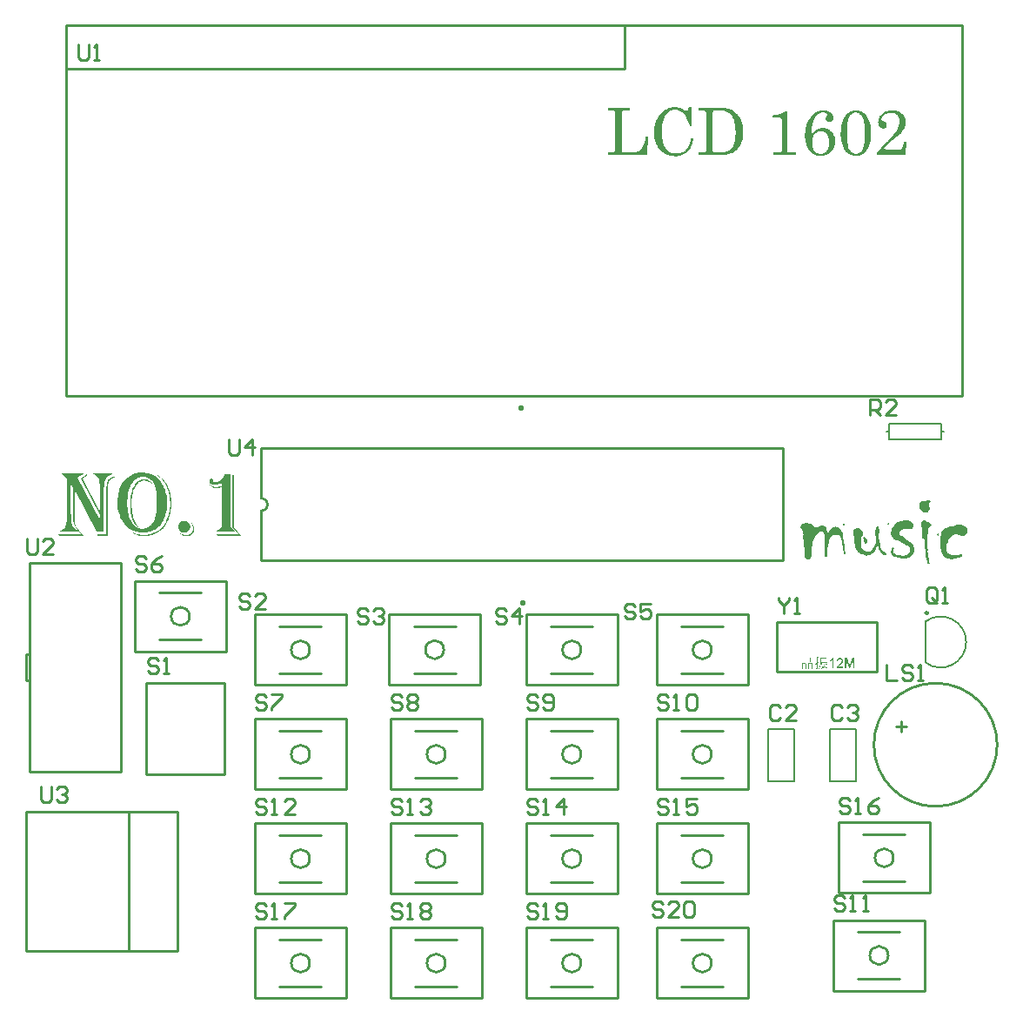
<source format=gto>
G04*
G04 #@! TF.GenerationSoftware,Altium Limited,Altium Designer,21.7.2 (23)*
G04*
G04 Layer_Color=65535*
%FSLAX25Y25*%
%MOIN*%
G70*
G04*
G04 #@! TF.SameCoordinates,4245895C-60D9-4ACE-B086-DDBF023E6942*
G04*
G04*
G04 #@! TF.FilePolarity,Positive*
G04*
G01*
G75*
%ADD10C,0.01000*%
%ADD11C,0.00787*%
%ADD12C,0.00984*%
G36*
X307605Y347469D02*
X307755Y347451D01*
X307943Y347432D01*
X308130Y347413D01*
X308355Y347376D01*
X308824Y347244D01*
X309330Y347076D01*
X309593Y346963D01*
X309836Y346832D01*
X310080Y346682D01*
X310324Y346513D01*
X310343D01*
X310361Y346476D01*
X310492Y346382D01*
X310661Y346213D01*
X310849Y345988D01*
X311036Y345707D01*
X311205Y345388D01*
X311336Y345013D01*
X311355Y344826D01*
X311374Y344619D01*
Y344582D01*
Y344488D01*
X311355Y344357D01*
X311317Y344188D01*
X311261Y344001D01*
X311168Y343794D01*
X311055Y343588D01*
X310905Y343401D01*
X310886Y343382D01*
X310830Y343326D01*
X310736Y343251D01*
X310605Y343176D01*
X310436Y343082D01*
X310249Y343007D01*
X310043Y342951D01*
X309799Y342932D01*
X309705D01*
X309593Y342951D01*
X309442Y342988D01*
X309293Y343026D01*
X309105Y343101D01*
X308936Y343194D01*
X308768Y343326D01*
X308749Y343344D01*
X308693Y343401D01*
X308636Y343476D01*
X308561Y343588D01*
X308468Y343719D01*
X308411Y343888D01*
X308355Y344076D01*
X308336Y344263D01*
Y344282D01*
Y344338D01*
X308355Y344413D01*
X308374Y344507D01*
X308411Y344638D01*
X308449Y344769D01*
X308524Y344919D01*
X308617Y345088D01*
X308636Y345107D01*
X308655Y345163D01*
X308693Y345238D01*
X308749Y345332D01*
X308842Y345557D01*
X308861Y345669D01*
X308880Y345763D01*
Y345782D01*
Y345819D01*
X308861Y345876D01*
X308842Y345969D01*
X308805Y346044D01*
X308730Y346138D01*
X308655Y346232D01*
X308542Y346326D01*
X308524Y346344D01*
X308468Y346363D01*
X308374Y346419D01*
X308224Y346476D01*
X308055Y346513D01*
X307849Y346569D01*
X307624Y346588D01*
X307343Y346607D01*
X307230D01*
X307136Y346588D01*
X307043D01*
X306911Y346569D01*
X306630Y346513D01*
X306293Y346419D01*
X305936Y346288D01*
X305561Y346101D01*
X305186Y345857D01*
X305168D01*
X305149Y345819D01*
X305093Y345782D01*
X305017Y345707D01*
X304942Y345632D01*
X304849Y345519D01*
X304736Y345407D01*
X304624Y345257D01*
X304492Y345088D01*
X304361Y344901D01*
X304211Y344694D01*
X304080Y344469D01*
X303949Y344207D01*
X303799Y343926D01*
X303667Y343626D01*
X303536Y343307D01*
Y343288D01*
X303518Y343232D01*
X303480Y343119D01*
X303443Y342988D01*
X303386Y342819D01*
X303330Y342613D01*
X303274Y342388D01*
X303218Y342126D01*
X303142Y341844D01*
X303086Y341526D01*
X303030Y341188D01*
X302993Y340832D01*
X302918Y340082D01*
X302880Y339257D01*
Y339238D01*
Y339201D01*
Y339107D01*
Y339013D01*
X302899Y338863D01*
Y338694D01*
Y338488D01*
X302918Y338263D01*
X302936Y338282D01*
X302955Y338319D01*
X303011Y338376D01*
X303086Y338469D01*
X303274Y338694D01*
X303518Y338976D01*
X303818Y339276D01*
X304155Y339576D01*
X304511Y339857D01*
X304905Y340082D01*
X304924D01*
X304961Y340101D01*
X305017Y340138D01*
X305093Y340176D01*
X305186Y340213D01*
X305299Y340269D01*
X305580Y340363D01*
X305936Y340476D01*
X306330Y340551D01*
X306761Y340626D01*
X307211Y340644D01*
X307399D01*
X307549Y340626D01*
X307717Y340607D01*
X307924Y340569D01*
X308149Y340532D01*
X308393Y340476D01*
X308655Y340401D01*
X308917Y340307D01*
X309199Y340194D01*
X309480Y340063D01*
X309761Y339894D01*
X310043Y339707D01*
X310324Y339501D01*
X310586Y339257D01*
X310605Y339238D01*
X310643Y339201D01*
X310718Y339126D01*
X310811Y339013D01*
X310905Y338882D01*
X311017Y338713D01*
X311149Y338526D01*
X311280Y338319D01*
X311411Y338076D01*
X311543Y337813D01*
X311655Y337532D01*
X311749Y337213D01*
X311842Y336894D01*
X311917Y336538D01*
X311955Y336182D01*
X311974Y335788D01*
Y335769D01*
Y335676D01*
X311955Y335544D01*
Y335376D01*
X311917Y335151D01*
X311880Y334907D01*
X311842Y334626D01*
X311768Y334326D01*
X311693Y334007D01*
X311580Y333669D01*
X311449Y333313D01*
X311280Y332957D01*
X311092Y332619D01*
X310886Y332263D01*
X310624Y331926D01*
X310343Y331607D01*
X310324Y331588D01*
X310267Y331532D01*
X310174Y331457D01*
X310061Y331344D01*
X309893Y331213D01*
X309705Y331082D01*
X309480Y330932D01*
X309236Y330782D01*
X308955Y330613D01*
X308655Y330463D01*
X308317Y330332D01*
X307961Y330201D01*
X307586Y330088D01*
X307192Y330013D01*
X306780Y329957D01*
X306330Y329938D01*
X306161D01*
X306049Y329957D01*
X305899D01*
X305730Y329994D01*
X305542Y330013D01*
X305336Y330051D01*
X304868Y330163D01*
X304361Y330313D01*
X303836Y330538D01*
X303592Y330669D01*
X303330Y330819D01*
X303311Y330838D01*
X303274Y330857D01*
X303199Y330913D01*
X303105Y330988D01*
X302993Y331082D01*
X302880Y331213D01*
X302730Y331344D01*
X302580Y331513D01*
X302411Y331682D01*
X302224Y331907D01*
X302055Y332132D01*
X301868Y332376D01*
X301699Y332657D01*
X301530Y332957D01*
X301361Y333276D01*
X301192Y333613D01*
Y333632D01*
X301155Y333707D01*
X301117Y333801D01*
X301061Y333951D01*
X301005Y334138D01*
X300930Y334344D01*
X300855Y334607D01*
X300780Y334888D01*
X300705Y335207D01*
X300630Y335544D01*
X300555Y335901D01*
X300499Y336294D01*
X300443Y336707D01*
X300405Y337138D01*
X300386Y337588D01*
X300367Y338057D01*
Y338094D01*
Y338188D01*
Y338319D01*
X300386Y338526D01*
X300405Y338769D01*
X300424Y339051D01*
X300461Y339351D01*
X300499Y339707D01*
X300555Y340082D01*
X300611Y340476D01*
X300799Y341301D01*
X300911Y341732D01*
X301043Y342163D01*
X301211Y342594D01*
X301380Y343026D01*
X301399Y343044D01*
X301436Y343119D01*
X301493Y343232D01*
X301568Y343401D01*
X301661Y343569D01*
X301793Y343794D01*
X301924Y344019D01*
X302093Y344282D01*
X302467Y344826D01*
X302918Y345369D01*
X303424Y345894D01*
X303705Y346138D01*
X303986Y346363D01*
X304005Y346382D01*
X304061Y346419D01*
X304136Y346476D01*
X304268Y346532D01*
X304417Y346626D01*
X304586Y346719D01*
X304774Y346813D01*
X304999Y346926D01*
X305242Y347038D01*
X305505Y347132D01*
X306067Y347319D01*
X306367Y347376D01*
X306667Y347432D01*
X306986Y347469D01*
X307305Y347488D01*
X307474D01*
X307605Y347469D01*
D02*
G37*
G36*
X250774Y348651D02*
X250905D01*
X251205Y348613D01*
X251542Y348576D01*
X251936Y348501D01*
X252330Y348388D01*
X252743Y348257D01*
X252761D01*
X252799Y348238D01*
X252855Y348219D01*
X252930Y348182D01*
X253043Y348144D01*
X253155Y348088D01*
X253455Y347938D01*
X253811Y347751D01*
X254205Y347507D01*
X254655Y347226D01*
X255124Y346888D01*
X255986Y348632D01*
X256755D01*
X257074Y341376D01*
X256249D01*
Y341413D01*
X256211Y341507D01*
X256174Y341676D01*
X256099Y341882D01*
X256024Y342126D01*
X255930Y342426D01*
X255818Y342744D01*
X255686Y343082D01*
X255405Y343813D01*
X255049Y344563D01*
X254861Y344919D01*
X254655Y345276D01*
X254449Y345594D01*
X254224Y345876D01*
X254205Y345894D01*
X254149Y345951D01*
X254074Y346044D01*
X253961Y346157D01*
X253811Y346307D01*
X253624Y346457D01*
X253436Y346626D01*
X253211Y346794D01*
X252949Y346963D01*
X252667Y347132D01*
X252367Y347282D01*
X252049Y347432D01*
X251711Y347544D01*
X251355Y347638D01*
X250999Y347694D01*
X250605Y347713D01*
X250511D01*
X250380Y347694D01*
X250230Y347676D01*
X250043Y347657D01*
X249817Y347601D01*
X249574Y347544D01*
X249311Y347469D01*
X249011Y347357D01*
X248711Y347226D01*
X248411Y347057D01*
X248111Y346851D01*
X247793Y346626D01*
X247493Y346363D01*
X247211Y346044D01*
X246930Y345688D01*
X246911Y345669D01*
X246874Y345594D01*
X246799Y345463D01*
X246705Y345294D01*
X246592Y345069D01*
X246480Y344788D01*
X246349Y344469D01*
X246217Y344076D01*
X246086Y343626D01*
X245955Y343119D01*
X245843Y342576D01*
X245730Y341938D01*
X245636Y341263D01*
X245561Y340532D01*
X245524Y339707D01*
X245505Y338844D01*
Y338826D01*
Y338807D01*
Y338751D01*
Y338657D01*
Y338563D01*
X245524Y338451D01*
Y338169D01*
X245561Y337832D01*
X245599Y337438D01*
X245636Y337007D01*
X245711Y336538D01*
X245805Y336051D01*
X245899Y335544D01*
X246030Y335038D01*
X246199Y334513D01*
X246386Y334007D01*
X246592Y333538D01*
X246855Y333069D01*
X247136Y332657D01*
X247155Y332638D01*
X247193Y332582D01*
X247286Y332488D01*
X247399Y332376D01*
X247530Y332244D01*
X247717Y332094D01*
X247905Y331926D01*
X248149Y331757D01*
X248411Y331588D01*
X248692Y331419D01*
X249011Y331269D01*
X249367Y331138D01*
X249743Y331026D01*
X250155Y330932D01*
X250586Y330876D01*
X251036Y330857D01*
X251130D01*
X251242Y330876D01*
X251411D01*
X251599Y330894D01*
X251805Y330932D01*
X252049Y330969D01*
X252311Y331026D01*
X252611Y331101D01*
X252892Y331194D01*
X253211Y331307D01*
X253511Y331457D01*
X253830Y331607D01*
X254130Y331794D01*
X254430Y332019D01*
X254711Y332263D01*
X254730Y332282D01*
X254767Y332338D01*
X254842Y332413D01*
X254955Y332526D01*
X255067Y332676D01*
X255199Y332863D01*
X255349Y333069D01*
X255518Y333332D01*
X255667Y333613D01*
X255836Y333913D01*
X256005Y334269D01*
X256155Y334644D01*
X256305Y335076D01*
X256436Y335526D01*
X256568Y335994D01*
X256661Y336519D01*
X257524D01*
Y336482D01*
X257505Y336369D01*
X257468Y336219D01*
X257430Y335994D01*
X257374Y335713D01*
X257299Y335413D01*
X257205Y335057D01*
X257092Y334682D01*
X256961Y334288D01*
X256811Y333894D01*
X256624Y333482D01*
X256417Y333069D01*
X256174Y332657D01*
X255911Y332263D01*
X255630Y331888D01*
X255293Y331551D01*
X255274Y331532D01*
X255218Y331476D01*
X255105Y331401D01*
X254974Y331288D01*
X254786Y331157D01*
X254580Y331007D01*
X254317Y330857D01*
X254036Y330688D01*
X253717Y330519D01*
X253380Y330369D01*
X252986Y330219D01*
X252592Y330088D01*
X252161Y329994D01*
X251693Y329901D01*
X251205Y329844D01*
X250699Y329826D01*
X250474D01*
X250324Y329844D01*
X250117Y329863D01*
X249892Y329882D01*
X249630Y329919D01*
X249330Y329976D01*
X249030Y330032D01*
X248692Y330107D01*
X248355Y330201D01*
X247999Y330294D01*
X247642Y330426D01*
X247286Y330576D01*
X246911Y330744D01*
X246555Y330951D01*
X246536Y330969D01*
X246480Y331007D01*
X246368Y331063D01*
X246236Y331157D01*
X246086Y331269D01*
X245899Y331419D01*
X245692Y331588D01*
X245486Y331776D01*
X245243Y332001D01*
X244999Y332244D01*
X244755Y332507D01*
X244493Y332788D01*
X244249Y333107D01*
X244005Y333444D01*
X243780Y333801D01*
X243555Y334194D01*
X243536Y334213D01*
X243499Y334288D01*
X243443Y334401D01*
X243386Y334569D01*
X243292Y334776D01*
X243199Y335001D01*
X243105Y335282D01*
X242992Y335582D01*
X242880Y335919D01*
X242786Y336276D01*
X242692Y336651D01*
X242599Y337063D01*
X242543Y337494D01*
X242486Y337944D01*
X242449Y338394D01*
X242430Y338863D01*
Y338901D01*
Y338976D01*
Y339126D01*
X242449Y339332D01*
X242467Y339557D01*
X242486Y339838D01*
X242524Y340157D01*
X242580Y340513D01*
X242636Y340888D01*
X242711Y341282D01*
X242805Y341713D01*
X242917Y342144D01*
X243049Y342576D01*
X243217Y343026D01*
X243386Y343476D01*
X243593Y343926D01*
X243611Y343944D01*
X243649Y344038D01*
X243705Y344151D01*
X243799Y344319D01*
X243911Y344507D01*
X244061Y344732D01*
X244211Y344994D01*
X244399Y345257D01*
X244605Y345538D01*
X244830Y345838D01*
X245074Y346119D01*
X245336Y346419D01*
X245918Y346982D01*
X246217Y347244D01*
X246555Y347469D01*
X246574Y347488D01*
X246630Y347526D01*
X246743Y347582D01*
X246874Y347657D01*
X247042Y347751D01*
X247249Y347844D01*
X247474Y347957D01*
X247736Y348069D01*
X248018Y348182D01*
X248318Y348294D01*
X248636Y348388D01*
X248974Y348482D01*
X249330Y348557D01*
X249705Y348613D01*
X250080Y348651D01*
X250474Y348669D01*
X250680D01*
X250774Y348651D01*
D02*
G37*
G36*
X334118Y347469D02*
X334267Y347451D01*
X334436Y347432D01*
X334624Y347413D01*
X335055Y347338D01*
X335505Y347226D01*
X335993Y347057D01*
X336461Y346851D01*
X336480D01*
X336518Y346813D01*
X336593Y346794D01*
X336667Y346738D01*
X336893Y346588D01*
X337174Y346401D01*
X337492Y346157D01*
X337811Y345876D01*
X338111Y345557D01*
X338374Y345182D01*
Y345163D01*
X338392Y345144D01*
X338430Y345088D01*
X338468Y344994D01*
X338524Y344901D01*
X338580Y344788D01*
X338692Y344507D01*
X338805Y344188D01*
X338917Y343794D01*
X338993Y343382D01*
X339011Y342932D01*
Y342894D01*
Y342782D01*
X338993Y342613D01*
X338974Y342407D01*
X338936Y342144D01*
X338880Y341863D01*
X338805Y341544D01*
X338692Y341226D01*
X338674Y341188D01*
X338636Y341076D01*
X338561Y340907D01*
X338449Y340701D01*
X338317Y340457D01*
X338168Y340176D01*
X337980Y339894D01*
X337755Y339613D01*
X337736Y339594D01*
X337718Y339557D01*
X337643Y339482D01*
X337567Y339388D01*
X337474Y339276D01*
X337361Y339144D01*
X337099Y338844D01*
X336761Y338488D01*
X336405Y338113D01*
X336011Y337738D01*
X335599Y337382D01*
X332374Y334682D01*
X332355Y334663D01*
X332317Y334644D01*
X332261Y334588D01*
X332168Y334513D01*
X331961Y334326D01*
X331699Y334082D01*
X331399Y333801D01*
X331118Y333519D01*
X330836Y333219D01*
X330592Y332938D01*
X330574Y332901D01*
Y332882D01*
X330611Y332826D01*
X330649Y332769D01*
X330743Y332713D01*
X330874Y332657D01*
X331080Y332582D01*
X331211Y332544D01*
X331343Y332507D01*
X331511Y332488D01*
X331699Y332451D01*
X331924Y332413D01*
X332149Y332394D01*
X332411Y332357D01*
X332693Y332338D01*
X333011Y332319D01*
X333349Y332301D01*
X333742Y332282D01*
X334136Y332263D01*
X334586Y332244D01*
X335055Y332226D01*
X336274D01*
X336424Y332244D01*
X336630Y332282D01*
X336836Y332338D01*
X337042Y332432D01*
X337249Y332544D01*
X337418Y332694D01*
X337436Y332713D01*
X337492Y332807D01*
X337530Y332863D01*
X337567Y332957D01*
X337624Y333069D01*
X337680Y333201D01*
X337736Y333369D01*
X337811Y333538D01*
X337886Y333763D01*
X337961Y334007D01*
X338055Y334288D01*
X338130Y334607D01*
X338224Y334944D01*
X338317Y335338D01*
X339161D01*
X338749Y330276D01*
X327855D01*
Y330932D01*
X331399Y334963D01*
Y334982D01*
X331436Y335001D01*
X331530Y335094D01*
X331680Y335263D01*
X331868Y335469D01*
X332111Y335732D01*
X332374Y336013D01*
X332655Y336332D01*
X332955Y336669D01*
X333574Y337363D01*
X333855Y337701D01*
X334136Y338019D01*
X334399Y338319D01*
X334624Y338582D01*
X334811Y338807D01*
X334943Y338994D01*
X334961Y339013D01*
X334980Y339051D01*
X335017Y339107D01*
X335092Y339201D01*
X335149Y339294D01*
X335243Y339426D01*
X335430Y339726D01*
X335636Y340082D01*
X335842Y340457D01*
X336030Y340869D01*
X336199Y341282D01*
Y341301D01*
X336217Y341338D01*
X336236Y341394D01*
X336255Y341469D01*
X336330Y341676D01*
X336405Y341957D01*
X336461Y342257D01*
X336536Y342594D01*
X336574Y342951D01*
X336593Y343288D01*
Y343307D01*
Y343363D01*
Y343438D01*
X336574Y343532D01*
Y343663D01*
X336555Y343813D01*
X336480Y344151D01*
X336386Y344526D01*
X336236Y344919D01*
X336030Y345294D01*
X335899Y345482D01*
X335749Y345651D01*
Y345669D01*
X335711Y345688D01*
X335655Y345726D01*
X335599Y345782D01*
X335411Y345932D01*
X335149Y346082D01*
X334830Y346232D01*
X334436Y346382D01*
X333986Y346476D01*
X333724Y346513D01*
X333293D01*
X333180Y346494D01*
X333049D01*
X332880Y346476D01*
X332693Y346438D01*
X332505Y346419D01*
X332074Y346326D01*
X331605Y346176D01*
X331155Y345969D01*
X330949Y345857D01*
X330743Y345707D01*
X330724D01*
X330705Y345669D01*
X330574Y345576D01*
X330424Y345407D01*
X330236Y345201D01*
X330030Y344957D01*
X329880Y344676D01*
X329749Y344357D01*
X329730Y344207D01*
X329711Y344038D01*
Y344019D01*
Y343982D01*
X329730Y343869D01*
X329767Y343701D01*
X329861Y343569D01*
X329899Y343551D01*
X329936Y343513D01*
X329993Y343476D01*
X330086Y343419D01*
X330199Y343382D01*
X330330Y343326D01*
X330499Y343288D01*
X330518D01*
X330555Y343269D01*
X330611Y343251D01*
X330686Y343232D01*
X330892Y343138D01*
X331118Y342988D01*
X331343Y342801D01*
X331549Y342557D01*
X331624Y342407D01*
X331680Y342238D01*
X331717Y342051D01*
X331736Y341844D01*
Y341826D01*
Y341751D01*
X331717Y341619D01*
X331680Y341488D01*
X331624Y341319D01*
X331549Y341151D01*
X331455Y340982D01*
X331305Y340813D01*
X331286Y340794D01*
X331230Y340757D01*
X331136Y340682D01*
X331024Y340626D01*
X330874Y340551D01*
X330686Y340476D01*
X330480Y340438D01*
X330255Y340419D01*
X330218D01*
X330124Y340438D01*
X329993Y340457D01*
X329805Y340513D01*
X329599Y340588D01*
X329393Y340701D01*
X329168Y340869D01*
X328942Y341094D01*
X328924Y341132D01*
X328868Y341226D01*
X328774Y341376D01*
X328680Y341582D01*
X328568Y341844D01*
X328492Y342144D01*
X328417Y342501D01*
X328399Y342894D01*
Y342913D01*
Y342951D01*
Y343007D01*
X328417Y343101D01*
Y343213D01*
X328436Y343344D01*
X328474Y343644D01*
X328549Y343982D01*
X328661Y344376D01*
X328830Y344751D01*
X329036Y345144D01*
Y345163D01*
X329074Y345182D01*
X329111Y345238D01*
X329149Y345313D01*
X329299Y345501D01*
X329524Y345744D01*
X329786Y346007D01*
X330124Y346288D01*
X330518Y346569D01*
X330967Y346832D01*
X330986D01*
X331024Y346869D01*
X331099Y346888D01*
X331192Y346944D01*
X331305Y346982D01*
X331455Y347038D01*
X331624Y347094D01*
X331792Y347169D01*
X332205Y347282D01*
X332693Y347394D01*
X333199Y347469D01*
X333742Y347488D01*
X333986D01*
X334118Y347469D01*
D02*
G37*
G36*
X293543Y331963D02*
Y331944D01*
Y331907D01*
X293561Y331851D01*
X293580Y331776D01*
X293636Y331607D01*
X293692Y331513D01*
X293767Y331438D01*
X293786Y331419D01*
X293824Y331401D01*
X293917Y331363D01*
X294011Y331326D01*
X294143Y331269D01*
X294292Y331232D01*
X294461Y331213D01*
X294649Y331194D01*
X297011D01*
Y330276D01*
X288255D01*
Y331194D01*
X290374D01*
X290486Y331213D01*
X290617Y331232D01*
X290768Y331269D01*
X290917Y331307D01*
X291068Y331382D01*
X291199Y331476D01*
X291217Y331494D01*
X291255Y331532D01*
X291293Y331607D01*
X291368Y331682D01*
X291424Y331813D01*
X291461Y331944D01*
X291499Y332094D01*
X291517Y332282D01*
Y343757D01*
Y343776D01*
Y343813D01*
X291499Y343888D01*
X291480Y343963D01*
X291442Y344057D01*
X291405Y344169D01*
X291330Y344263D01*
X291236Y344357D01*
X291217Y344376D01*
X291180Y344394D01*
X291124Y344432D01*
X291049Y344488D01*
X290936Y344526D01*
X290805Y344563D01*
X290674Y344582D01*
X290505Y344601D01*
X287805D01*
Y345444D01*
X287824D01*
X287880Y345463D01*
X287993D01*
X288124Y345482D01*
X288274Y345519D01*
X288461Y345538D01*
X288667Y345576D01*
X288893Y345613D01*
X289380Y345707D01*
X289905Y345819D01*
X290411Y345951D01*
X290880Y346082D01*
X290899D01*
X290936Y346101D01*
X290992Y346119D01*
X291086Y346157D01*
X291180Y346194D01*
X291311Y346251D01*
X291593Y346382D01*
X291911Y346532D01*
X292267Y346719D01*
X292624Y346926D01*
X292980Y347169D01*
X293543D01*
Y331963D01*
D02*
G37*
G36*
X269224Y348276D02*
X269411D01*
X269618Y348257D01*
X269843Y348238D01*
X270105Y348201D01*
X270649Y348126D01*
X271249Y347994D01*
X271849Y347807D01*
X272411Y347563D01*
X272430Y347544D01*
X272486Y347526D01*
X272580Y347469D01*
X272711Y347376D01*
X272861Y347282D01*
X273049Y347151D01*
X273255Y347001D01*
X273461Y346832D01*
X273705Y346626D01*
X273949Y346401D01*
X274211Y346138D01*
X274455Y345857D01*
X274717Y345557D01*
X274980Y345219D01*
X275224Y344863D01*
X275467Y344469D01*
X275486Y344451D01*
X275524Y344376D01*
X275580Y344244D01*
X275674Y344094D01*
X275767Y343888D01*
X275880Y343626D01*
X275992Y343344D01*
X276105Y343026D01*
X276218Y342669D01*
X276349Y342276D01*
X276443Y341863D01*
X276536Y341413D01*
X276630Y340926D01*
X276686Y340438D01*
X276724Y339913D01*
X276743Y339369D01*
Y339351D01*
Y339257D01*
Y339126D01*
X276724Y338957D01*
Y338751D01*
X276705Y338488D01*
X276686Y338207D01*
X276649Y337907D01*
X276611Y337569D01*
X276555Y337232D01*
X276424Y336482D01*
X276236Y335732D01*
X275974Y334982D01*
Y334963D01*
X275955Y334907D01*
X275918Y334832D01*
X275861Y334738D01*
X275805Y334607D01*
X275730Y334457D01*
X275542Y334101D01*
X275299Y333688D01*
X274999Y333238D01*
X274624Y332788D01*
X274211Y332357D01*
X274193Y332338D01*
X274155Y332301D01*
X274099Y332244D01*
X274005Y332169D01*
X273892Y332076D01*
X273743Y331982D01*
X273592Y331851D01*
X273405Y331719D01*
X273199Y331588D01*
X272992Y331457D01*
X272486Y331176D01*
X271942Y330913D01*
X271324Y330688D01*
X271305D01*
X271268Y330669D01*
X271193Y330651D01*
X271099Y330632D01*
X270968Y330594D01*
X270817Y330557D01*
X270630Y330519D01*
X270424Y330482D01*
X270180Y330444D01*
X269936Y330407D01*
X269655Y330369D01*
X269355Y330332D01*
X269018Y330313D01*
X268680Y330294D01*
X268305Y330276D01*
X259586D01*
Y331194D01*
X261386D01*
X261499Y331213D01*
X261630D01*
X261930Y331288D01*
X262061Y331326D01*
X262174Y331401D01*
X262193Y331419D01*
X262211Y331438D01*
X262249Y331494D01*
X262305Y331551D01*
X262361Y331644D01*
X262399Y331757D01*
X262418Y331888D01*
X262436Y332038D01*
Y346532D01*
Y346551D01*
Y346588D01*
X262418Y346663D01*
X262399Y346757D01*
X262361Y346851D01*
X262324Y346944D01*
X262249Y347038D01*
X262155Y347132D01*
X262136Y347151D01*
X262099Y347169D01*
X262042Y347207D01*
X261967Y347263D01*
X261855Y347301D01*
X261742Y347338D01*
X261593Y347357D01*
X261424Y347376D01*
X259586D01*
Y348294D01*
X269092D01*
X269224Y348276D01*
D02*
G37*
G36*
X233186Y347376D02*
X231105D01*
X231011Y347357D01*
X230918Y347338D01*
X230693Y347263D01*
X230580Y347207D01*
X230486Y347113D01*
Y347094D01*
X230449Y347076D01*
X230411Y347001D01*
X230374Y346926D01*
X230336Y346813D01*
X230299Y346682D01*
X230280Y346513D01*
X230261Y346326D01*
Y332132D01*
Y332113D01*
Y332038D01*
X230280Y331963D01*
X230299Y331851D01*
X230336Y331719D01*
X230374Y331607D01*
X230449Y331494D01*
X230542Y331401D01*
X230561D01*
X230599Y331363D01*
X230674Y331344D01*
X230786Y331307D01*
X230955Y331269D01*
X231142Y331232D01*
X231386Y331213D01*
X231686Y331194D01*
X234405D01*
X234555Y331213D01*
X234724Y331232D01*
X234930Y331269D01*
X235155Y331307D01*
X235399Y331363D01*
X235643Y331438D01*
X235905Y331513D01*
X236186Y331626D01*
X236468Y331757D01*
X236749Y331907D01*
X237011Y332094D01*
X237274Y332301D01*
X237517Y332526D01*
X237536Y332544D01*
X237574Y332582D01*
X237649Y332676D01*
X237724Y332788D01*
X237836Y332938D01*
X237949Y333126D01*
X238080Y333351D01*
X238230Y333613D01*
X238380Y333913D01*
X238530Y334269D01*
X238699Y334644D01*
X238849Y335076D01*
X238999Y335544D01*
X239149Y336051D01*
X239280Y336613D01*
X239392Y337213D01*
X240255D01*
X239843Y330276D01*
X224843D01*
Y331194D01*
X226436D01*
X226568Y331213D01*
X226717Y331232D01*
X226886Y331269D01*
X227074Y331307D01*
X227224Y331382D01*
X227355Y331476D01*
X227374Y331494D01*
X227411Y331532D01*
X227449Y331607D01*
X227524Y331701D01*
X227580Y331832D01*
X227618Y331982D01*
X227655Y332169D01*
X227674Y332394D01*
Y346457D01*
Y346476D01*
Y346532D01*
X227655Y346607D01*
X227636Y346719D01*
X227561Y346926D01*
X227505Y347038D01*
X227411Y347132D01*
X227393Y347151D01*
X227355Y347169D01*
X227299Y347207D01*
X227224Y347263D01*
X227111Y347301D01*
X226980Y347338D01*
X226830Y347357D01*
X226661Y347376D01*
X224843D01*
Y348294D01*
X233186D01*
Y347376D01*
D02*
G37*
G36*
X320018Y347469D02*
X320186Y347451D01*
X320392Y347432D01*
X320618Y347394D01*
X320880Y347338D01*
X321180Y347263D01*
X321480Y347151D01*
X321799Y347038D01*
X322117Y346888D01*
X322455Y346701D01*
X322793Y346494D01*
X323130Y346251D01*
X323449Y345951D01*
X323749Y345632D01*
X323767Y345613D01*
X323843Y345519D01*
X323936Y345388D01*
X324049Y345201D01*
X324199Y344957D01*
X324367Y344657D01*
X324555Y344319D01*
X324743Y343907D01*
X324911Y343457D01*
X325099Y342932D01*
X325268Y342369D01*
X325417Y341751D01*
X325530Y341076D01*
X325642Y340344D01*
X325699Y339557D01*
X325717Y338713D01*
Y338694D01*
Y338657D01*
Y338601D01*
Y338526D01*
Y338432D01*
X325699Y338301D01*
Y338001D01*
X325661Y337644D01*
X325624Y337232D01*
X325568Y336782D01*
X325511Y336294D01*
X325417Y335769D01*
X325305Y335226D01*
X325155Y334682D01*
X325005Y334138D01*
X324799Y333613D01*
X324574Y333088D01*
X324311Y332619D01*
X324011Y332169D01*
X323992Y332151D01*
X323936Y332076D01*
X323843Y331963D01*
X323711Y331813D01*
X323542Y331644D01*
X323336Y331457D01*
X323111Y331269D01*
X322849Y331063D01*
X322568Y330838D01*
X322249Y330651D01*
X321911Y330463D01*
X321555Y330294D01*
X321161Y330144D01*
X320767Y330032D01*
X320336Y329957D01*
X319886Y329938D01*
X319793D01*
X319661Y329957D01*
X319493Y329976D01*
X319305Y329994D01*
X319061Y330032D01*
X318817Y330088D01*
X318536Y330182D01*
X318236Y330276D01*
X317917Y330388D01*
X317580Y330557D01*
X317261Y330726D01*
X316924Y330951D01*
X316605Y331194D01*
X316286Y331476D01*
X315986Y331813D01*
X315967Y331851D01*
X315911Y331926D01*
X315817Y332057D01*
X315686Y332263D01*
X315536Y332507D01*
X315368Y332807D01*
X315199Y333163D01*
X315030Y333557D01*
X314843Y334026D01*
X314674Y334532D01*
X314505Y335094D01*
X314355Y335713D01*
X314243Y336388D01*
X314130Y337101D01*
X314074Y337869D01*
X314055Y338676D01*
Y338694D01*
Y338732D01*
Y338788D01*
Y338863D01*
Y338957D01*
X314074Y339088D01*
X314092Y339388D01*
X314111Y339744D01*
X314149Y340157D01*
X314205Y340626D01*
X314280Y341113D01*
X314374Y341657D01*
X314505Y342201D01*
X314655Y342763D01*
X314824Y343344D01*
X315049Y343888D01*
X315293Y344451D01*
X315574Y344976D01*
X315893Y345463D01*
X315911Y345482D01*
X315967Y345557D01*
X316042Y345651D01*
X316155Y345782D01*
X316305Y345932D01*
X316493Y346101D01*
X316699Y346288D01*
X316924Y346476D01*
X317186Y346663D01*
X317486Y346851D01*
X317805Y347019D01*
X318161Y347169D01*
X318536Y347301D01*
X318930Y347394D01*
X319342Y347469D01*
X319793Y347488D01*
X319905D01*
X320018Y347469D01*
D02*
G37*
G36*
X346365Y198413D02*
X346021Y198225D01*
X345677Y198288D01*
X345771Y198663D01*
X346052Y198819D01*
X346365Y198413D01*
D02*
G37*
G36*
X348271Y197975D02*
X348521Y197631D01*
X348427Y197319D01*
X348052Y196913D01*
X347771Y196475D01*
Y196069D01*
X347990Y195694D01*
X348209Y195413D01*
Y194788D01*
X347990Y194256D01*
X347646Y193819D01*
X347209Y193475D01*
X346646Y193444D01*
X346021Y193475D01*
X345677Y193694D01*
X345240Y194006D01*
X344865Y194444D01*
X344365Y195038D01*
X344146Y195600D01*
X344084Y196038D01*
X344146Y196444D01*
X344365Y196913D01*
X344677Y197256D01*
X345271Y197600D01*
X345802Y197694D01*
X346584Y197788D01*
X347365Y197975D01*
X347896Y198038D01*
X348271Y197975D01*
D02*
G37*
G36*
X332552Y189350D02*
Y188975D01*
X332209Y188819D01*
X331896Y189069D01*
X332146Y189444D01*
X332552Y189350D01*
D02*
G37*
G36*
X315459Y188850D02*
X315615Y188475D01*
X315021Y188288D01*
X314834Y188600D01*
X315021Y189100D01*
X315459Y188850D01*
D02*
G37*
G36*
X340302Y190194D02*
X340740Y189944D01*
X341240Y189538D01*
X341584Y189319D01*
X341896Y188850D01*
X342052Y188538D01*
Y187944D01*
X341740Y187475D01*
X341427Y187163D01*
X340927Y186944D01*
X340052Y186850D01*
X339334Y186944D01*
X338740Y187006D01*
X338084Y186850D01*
X337459Y186569D01*
X337052Y186256D01*
X336646Y185819D01*
X336490Y185194D01*
X336740Y184725D01*
X337146Y184381D01*
X337677Y184256D01*
X338084Y183944D01*
X338459Y183600D01*
X338927Y183256D01*
X339302Y182819D01*
X339709Y182756D01*
X340052Y182538D01*
X340334Y182163D01*
X340740Y182006D01*
X341115Y181756D01*
X341552Y181381D01*
X341896Y180975D01*
X341959Y180350D01*
X342084Y179663D01*
X342177Y179038D01*
X342084Y178444D01*
X341865Y177788D01*
X341584Y177225D01*
X341115Y176788D01*
X340584Y176319D01*
X340084Y176131D01*
X339552Y175850D01*
X339084Y175631D01*
X338427Y175600D01*
X337115D01*
X336646Y175913D01*
X336052Y175975D01*
X335240Y176194D01*
X334552Y176444D01*
X334146Y176788D01*
X333709Y176975D01*
X333459Y177444D01*
X333240Y177913D01*
Y178538D01*
X333459Y179163D01*
X333646Y179538D01*
X333927Y179944D01*
X334302Y180038D01*
X334459Y179663D01*
X334302Y179194D01*
X334271Y178663D01*
Y178038D01*
X334552Y177569D01*
X335115Y177381D01*
X335709Y177131D01*
X336240Y176913D01*
X337115Y176850D01*
X337646Y176600D01*
X338365Y176756D01*
X338927Y176913D01*
X339334Y177163D01*
X339927Y177569D01*
X340334Y177913D01*
X340646Y178225D01*
X340709Y178819D01*
Y179538D01*
X340490Y180069D01*
X340052Y180600D01*
X339427Y180819D01*
X338709Y181163D01*
X338427Y181444D01*
X337646Y181819D01*
X337084Y182163D01*
X336490Y182413D01*
X336115Y182631D01*
X335521Y182788D01*
X335146Y182819D01*
X334615Y183131D01*
X334146Y183413D01*
X333834Y183944D01*
X333552Y184381D01*
X333334Y184944D01*
X333302Y185600D01*
X333459Y186194D01*
X333490Y186725D01*
X333740Y187350D01*
X334084Y187850D01*
X334459Y188319D01*
X334552Y188600D01*
X334834Y188975D01*
X335240D01*
X335365Y189413D01*
X335834Y189538D01*
X336302Y189788D01*
X336896Y189850D01*
X337521Y189944D01*
X338365Y190194D01*
X339084Y190381D01*
X339709D01*
X340302Y190194D01*
D02*
G37*
G36*
X359646Y188756D02*
X360365Y188631D01*
X361021Y188413D01*
X361646Y187944D01*
X362177Y187600D01*
X362584Y187163D01*
X362740Y186600D01*
X362646Y186038D01*
X362427Y185600D01*
X361865Y184631D01*
X361271Y184444D01*
X360427D01*
X359740Y184663D01*
X359177Y184756D01*
X358459Y184975D01*
X357802D01*
X357365Y184788D01*
X356584Y184350D01*
X356146Y183881D01*
X355677Y183256D01*
X355365Y182663D01*
X355177Y182131D01*
X355052Y181788D01*
X354771Y181538D01*
X354584Y180663D01*
X354552Y180038D01*
Y178788D01*
X354802Y178131D01*
X355365Y177600D01*
X355865Y177381D01*
X356584Y177131D01*
X357052Y176944D01*
X358677D01*
X359365Y177069D01*
X359740Y177225D01*
X360052Y177475D01*
X360459Y177413D01*
X360677Y177069D01*
X360584Y176756D01*
X360146Y176413D01*
X359584Y176163D01*
X358834Y175850D01*
X358177Y175663D01*
X357646Y175569D01*
X356552Y175475D01*
X355521Y175569D01*
X354927Y175819D01*
X354365Y176069D01*
X353771Y176475D01*
X353334Y176631D01*
X353084Y177225D01*
X352802Y177756D01*
X352615Y178381D01*
X352552Y179163D01*
X352334Y180038D01*
X352209Y180975D01*
Y181663D01*
X352177Y182569D01*
X352209Y183256D01*
X352334Y184006D01*
X352615Y184631D01*
X352740Y185038D01*
Y185850D01*
X352959Y186475D01*
X353771Y187194D01*
X354146Y187381D01*
X354459Y187475D01*
X355240Y187756D01*
X355771Y187944D01*
X356240Y187975D01*
X357021Y188163D01*
X357802Y188475D01*
X358396Y188631D01*
X359052Y188819D01*
X359646Y188756D01*
D02*
G37*
G36*
X351615Y184756D02*
X351396Y184444D01*
X351177Y184631D01*
X350959Y184881D01*
X351209Y185194D01*
X351615D01*
Y184756D01*
D02*
G37*
G36*
X323302Y184006D02*
X323740Y183725D01*
X324365Y182944D01*
X324271Y181944D01*
X323646Y181350D01*
X323146Y181819D01*
X322771Y182538D01*
X322834Y183319D01*
X322615Y183788D01*
X322865Y184038D01*
X323302Y184006D01*
D02*
G37*
G36*
X328459Y187975D02*
X328646Y187663D01*
X328677Y187350D01*
X328865Y186913D01*
X328802Y186475D01*
Y185819D01*
X328646Y185163D01*
Y184881D01*
X328459Y184631D01*
X328552Y184100D01*
X328646Y183475D01*
X328865Y182944D01*
X328896Y182069D01*
X329115Y181506D01*
X329271Y180756D01*
X329365Y180163D01*
X329584Y179506D01*
X329834Y179006D01*
X330177Y178600D01*
X330552Y178225D01*
X331490Y177788D01*
X331646Y177475D01*
X331427Y177100D01*
X331146Y176944D01*
X330802Y176913D01*
X330521Y176975D01*
X330302Y177194D01*
X329990Y177600D01*
X329552Y177944D01*
X329240Y178256D01*
X328677Y179444D01*
X328615Y179975D01*
X328459Y180413D01*
X328334Y180756D01*
X328146D01*
X327927Y180475D01*
X327677Y180069D01*
X327552Y179663D01*
X327427Y179225D01*
X327209Y178788D01*
X326959Y178413D01*
X326615Y178038D01*
X326302Y177600D01*
X325709Y177256D01*
X325302Y177069D01*
X324459Y176850D01*
X323802Y176819D01*
X323302Y176881D01*
X322740Y177194D01*
X322021Y177381D01*
X321584Y177756D01*
X320990Y178069D01*
X320646Y178413D01*
X320177Y178850D01*
X319990Y179506D01*
X319740Y180194D01*
X319584Y180881D01*
X319396Y181694D01*
X319209Y182194D01*
X319334Y182850D01*
X319146Y183631D01*
X319084Y184069D01*
X319052Y184725D01*
X318959Y185256D01*
X318896Y185663D01*
X318927Y186225D01*
X319052Y186663D01*
X319459Y187131D01*
X320052Y187381D01*
X320490Y187413D01*
X321052Y187319D01*
X321584Y187038D01*
X321959Y186756D01*
X322302Y186225D01*
X322521Y185756D01*
X322709Y185100D01*
X322615Y184631D01*
X322302Y184225D01*
X322052Y183756D01*
X321990Y183131D01*
X321802Y182444D01*
Y181850D01*
X321834Y181006D01*
X322052Y180163D01*
X322365Y179756D01*
X322709Y179194D01*
X323302Y178756D01*
X323896Y178444D01*
X324646Y178256D01*
X325209Y178444D01*
X325771Y178756D01*
X326209Y179194D01*
X326646Y179881D01*
X326959Y180444D01*
X327209Y181006D01*
X327427Y181600D01*
X327584Y182381D01*
X327709Y183319D01*
X327490Y184100D01*
X327365Y184788D01*
X327240Y185100D01*
X327302Y185663D01*
X327271Y186194D01*
X327365Y186663D01*
X327490Y187038D01*
X327584Y187600D01*
X327802Y187944D01*
X328052Y188131D01*
X328459Y187975D01*
D02*
G37*
G36*
X301240Y189256D02*
X302021Y189069D01*
X302584Y188850D01*
X303240Y188538D01*
X303646Y188163D01*
X303896Y187850D01*
X304115Y187475D01*
X304677Y187569D01*
X305302Y187819D01*
X305834Y187975D01*
X306240Y188256D01*
X307021Y188444D01*
X307584Y188225D01*
X308052Y187944D01*
X308459Y187569D01*
X308646Y187006D01*
Y186600D01*
X308802Y185975D01*
X308865Y185413D01*
X309146Y185788D01*
X309490Y186006D01*
X309896Y186538D01*
X310271Y186975D01*
X310709Y187256D01*
X311146Y187569D01*
X311615Y187756D01*
X312052Y187850D01*
X312490Y187788D01*
X312927Y187538D01*
X313521Y187319D01*
X314021Y186913D01*
X314396Y186475D01*
X314646Y186006D01*
X314865Y185538D01*
X314959Y184975D01*
Y184381D01*
X315021Y183788D01*
Y183256D01*
X315177Y182600D01*
X315271Y181819D01*
X315490Y181256D01*
X315615Y180725D01*
X315646Y180225D01*
Y179569D01*
X315677Y179006D01*
X315740Y178569D01*
X315959Y178225D01*
X315896Y177788D01*
X315709Y177256D01*
X315334Y177194D01*
Y178006D01*
X315209Y178444D01*
X315021Y179038D01*
X314927Y179819D01*
X314802Y180600D01*
X314646Y181100D01*
X314521Y181756D01*
X314271Y183663D01*
X313990Y184131D01*
X313615Y184569D01*
X313209Y184631D01*
X312865Y184694D01*
X312302Y184756D01*
X311771D01*
X311240Y184819D01*
X310615Y184381D01*
X310240Y184163D01*
X310052Y183569D01*
X309834Y183194D01*
X309677Y182538D01*
X309427Y181819D01*
X309209Y181225D01*
X309084Y180506D01*
X309021Y179944D01*
X309052Y179163D01*
X309021Y178756D01*
Y177788D01*
X308865Y177163D01*
X308834Y176756D01*
X308552Y176319D01*
X308177D01*
X307896Y176538D01*
X307771Y176819D01*
Y178006D01*
X307865Y178819D01*
Y180444D01*
X307896Y181163D01*
X307865Y181975D01*
Y182631D01*
X307771Y183256D01*
Y184788D01*
X307646Y185444D01*
X307396Y186038D01*
X307021Y186256D01*
X306396Y186163D01*
X305865Y185944D01*
X305490Y185600D01*
X305084Y185194D01*
X304615Y184600D01*
X304240Y184038D01*
X303865Y183350D01*
X303584Y182538D01*
X303209Y181600D01*
X303084Y180600D01*
X303021Y179819D01*
X302896Y179006D01*
Y178225D01*
X302959Y177538D01*
Y176569D01*
X302677Y175975D01*
X302177Y175444D01*
X301677Y175319D01*
X301177D01*
X300896Y175538D01*
X300677Y175819D01*
X300365Y176788D01*
X300240Y177788D01*
X300084Y178663D01*
Y179631D01*
X300021Y180631D01*
X299896Y181631D01*
X299865Y182600D01*
X299677Y183413D01*
Y184256D01*
X299771Y184850D01*
X299677Y185350D01*
X299459Y185975D01*
X299209Y186600D01*
X298677Y187631D01*
X298802Y188194D01*
X299052Y188569D01*
X299271Y188850D01*
X299990Y189163D01*
X300490Y189319D01*
X301240Y189256D01*
D02*
G37*
G36*
X346584Y190256D02*
X346990Y189944D01*
X347365Y189631D01*
X347834D01*
X348177Y189288D01*
X348490Y189069D01*
X348771Y188819D01*
Y188444D01*
X348615Y188256D01*
X348177Y188006D01*
X347896Y187756D01*
X347740Y187256D01*
X347677Y186538D01*
X347427Y185850D01*
X347584Y185225D01*
X347396Y184725D01*
X347334Y184038D01*
X347271Y183288D01*
Y182538D01*
X347334Y181631D01*
X347271Y180975D01*
Y180225D01*
X347396Y179663D01*
X347584Y179100D01*
X347396Y178444D01*
X347615Y177881D01*
Y176881D01*
X347677Y176506D01*
X347834Y175913D01*
X347896Y175319D01*
X348052Y174913D01*
Y174506D01*
X348209Y174131D01*
X348021Y173756D01*
X347740Y173631D01*
X347584Y173756D01*
X347396Y174163D01*
X347271Y174663D01*
X347177Y175038D01*
X346959Y175444D01*
Y175850D01*
X346677Y176506D01*
Y177100D01*
X346584Y177538D01*
Y178131D01*
X346427Y178663D01*
X346365Y179944D01*
X346271Y180288D01*
X346240Y181131D01*
X346271Y181694D01*
X346240Y182288D01*
Y182819D01*
X346021Y183256D01*
X345646Y183444D01*
X345396Y183725D01*
X345146Y184569D01*
X345084Y185038D01*
Y186725D01*
X345146Y187444D01*
X345021Y188225D01*
X344990Y188756D01*
X344802Y189225D01*
X344990Y189756D01*
X345240Y190131D01*
X345584Y190256D01*
X346052Y190413D01*
X346584Y190256D01*
D02*
G37*
G36*
X80150Y187736D02*
X82275Y185911D01*
X74700D01*
X76950Y187736D01*
Y203161D01*
X76900Y203136D01*
X76775Y203086D01*
X76575Y203011D01*
X76300Y202911D01*
X76000Y202811D01*
X75650Y202736D01*
X75275Y202686D01*
X74875Y202661D01*
X74725D01*
X74600Y202686D01*
X74325Y202736D01*
X73975Y202836D01*
X73575Y202986D01*
X73150Y203211D01*
X72950Y203361D01*
X72750Y203536D01*
X72575Y203736D01*
X72400Y203961D01*
X72550D01*
X72575Y203936D01*
X72725Y203836D01*
X72925Y203686D01*
X73225Y203536D01*
X73575Y203386D01*
X73950Y203236D01*
X74400Y203136D01*
X74850Y203111D01*
X75050D01*
X75275Y203136D01*
X75550Y203186D01*
X75875Y203261D01*
X76225Y203361D01*
X76600Y203511D01*
X76950Y203711D01*
Y204786D01*
X76925D01*
X76900Y204761D01*
X76825Y204711D01*
X76750Y204661D01*
X76475Y204511D01*
X76150Y204361D01*
X75750Y204186D01*
X75275Y204061D01*
X74725Y203961D01*
X74150Y203911D01*
X74000D01*
X73850Y203936D01*
X73650Y203961D01*
X73400Y204011D01*
X73150Y204086D01*
X72900Y204186D01*
X72675Y204311D01*
X72650Y204336D01*
X72575Y204386D01*
X72500Y204461D01*
X72400Y204586D01*
X72275Y204736D01*
X72200Y204911D01*
X72125Y205086D01*
X72100Y205311D01*
Y205361D01*
X72125Y205461D01*
X72150Y205586D01*
X72200Y205761D01*
X72300Y205911D01*
X72450Y206061D01*
X72650Y206186D01*
X72925Y206236D01*
X73050D01*
X73175Y206211D01*
X73300Y206161D01*
X73450Y206086D01*
X73550Y205961D01*
X73650Y205786D01*
X73675Y205561D01*
Y205536D01*
Y205486D01*
X73625Y205311D01*
Y205286D01*
Y205261D01*
X73600Y205211D01*
Y205186D01*
Y205136D01*
X73650Y205061D01*
X73725Y205011D01*
X73800Y204961D01*
X73925Y204936D01*
X74075Y204911D01*
X74125D01*
X74275Y204936D01*
X74500Y204961D01*
X74800Y205011D01*
X75125Y205136D01*
X75525Y205286D01*
X75925Y205486D01*
X76350Y205786D01*
X76375D01*
X76400Y205836D01*
X76525Y205961D01*
X76725Y206136D01*
X76975Y206411D01*
X77250Y206736D01*
X77550Y207136D01*
X77825Y207586D01*
X78050Y208086D01*
X80150D01*
Y187736D01*
D02*
G37*
G36*
X35100Y208386D02*
X34975Y208336D01*
X34850Y208261D01*
X34700Y208161D01*
X34525Y208061D01*
X34100Y207811D01*
X33675Y207511D01*
X33250Y207186D01*
X32875Y206861D01*
X32725Y206686D01*
X32600Y206536D01*
Y206511D01*
X32575Y206486D01*
X32525Y206386D01*
X32475Y206286D01*
X32400Y206136D01*
X32325Y205961D01*
X32250Y205761D01*
X32175Y205536D01*
X32075Y205261D01*
X32000Y204961D01*
X31925Y204636D01*
X31875Y204261D01*
X31800Y203886D01*
X31775Y203461D01*
X31725Y202986D01*
Y202511D01*
Y201361D01*
Y185911D01*
X28750D01*
X20475Y201986D01*
Y192436D01*
X20450Y191661D01*
X20650Y189136D01*
Y189111D01*
X20675Y189061D01*
X20700Y188961D01*
X20725Y188836D01*
X20775Y188711D01*
X20825Y188536D01*
X20975Y188136D01*
X21200Y187711D01*
X21475Y187286D01*
X21825Y186886D01*
X22250Y186536D01*
X22400Y186411D01*
X22375D01*
X22300Y186461D01*
X22175Y186511D01*
X22025Y186611D01*
X21850Y186736D01*
X21625Y186886D01*
X21425Y187111D01*
X21200Y187361D01*
X20950Y187661D01*
X20750Y188036D01*
X20550Y188436D01*
X20350Y188936D01*
X20200Y189486D01*
X20075Y190111D01*
X20000Y190811D01*
X19975Y191586D01*
X20000Y193236D01*
Y202836D01*
X19050Y204686D01*
Y194561D01*
Y194536D01*
Y194511D01*
Y194436D01*
Y194361D01*
Y194111D01*
Y193786D01*
X19075Y193411D01*
Y192961D01*
X19100Y192486D01*
X19125Y191986D01*
X19200Y190911D01*
X19250Y190386D01*
X19325Y189886D01*
X19375Y189411D01*
X19475Y188961D01*
X19575Y188586D01*
X19675Y188261D01*
Y188236D01*
X19700Y188186D01*
X19750Y188111D01*
X19800Y188011D01*
X20000Y187761D01*
X20125Y187611D01*
X20275Y187436D01*
X20475Y187261D01*
X20675Y187086D01*
X20925Y186911D01*
X21200Y186711D01*
X21500Y186536D01*
X21850Y186386D01*
X22225Y186236D01*
X22650Y186086D01*
X24175Y184461D01*
X14650D01*
X14400Y184936D01*
X23175D01*
X22250Y185911D01*
X14125D01*
X14200Y185936D01*
X14300Y185986D01*
X14450Y186061D01*
X14600Y186136D01*
X14800Y186211D01*
X15250Y186461D01*
X15700Y186736D01*
X16175Y187086D01*
X16575Y187511D01*
X16750Y187736D01*
X16900Y187961D01*
Y187986D01*
X16925Y188036D01*
X16975Y188111D01*
X17025Y188211D01*
X17075Y188361D01*
X17125Y188536D01*
X17200Y188761D01*
X17275Y189011D01*
X17325Y189286D01*
X17400Y189636D01*
X17450Y189986D01*
X17525Y190386D01*
X17550Y190836D01*
X17600Y191336D01*
X17625Y191861D01*
Y192436D01*
Y206486D01*
X15275Y208436D01*
X24175D01*
X21675Y206761D01*
X30175Y190186D01*
Y192286D01*
X22875Y206486D01*
X25350Y208136D01*
X25675Y207811D01*
X23500Y206336D01*
X30175Y193236D01*
Y201436D01*
Y202361D01*
Y202386D01*
Y202486D01*
Y202661D01*
Y202861D01*
X30150Y203111D01*
Y203386D01*
X30125Y203686D01*
Y204011D01*
X30050Y204686D01*
X29975Y205361D01*
X29900Y205686D01*
X29850Y205961D01*
X29775Y206211D01*
X29675Y206436D01*
X29650Y206486D01*
X29575Y206611D01*
X29425Y206811D01*
X29175Y207086D01*
X29025Y207236D01*
X28850Y207386D01*
X28650Y207561D01*
X28425Y207736D01*
X28175Y207911D01*
X27875Y208086D01*
X27550Y208261D01*
X27200Y208436D01*
X35150D01*
X35100Y208386D01*
D02*
G37*
G36*
X62800Y190161D02*
X63025Y190111D01*
X63300Y190011D01*
X63550Y189911D01*
X63825Y189736D01*
X64100Y189511D01*
X64125Y189486D01*
X64200Y189386D01*
X64325Y189236D01*
X64450Y189061D01*
X64550Y188811D01*
X64675Y188536D01*
X64750Y188236D01*
X64775Y187886D01*
Y187836D01*
Y187736D01*
X64750Y187561D01*
X64700Y187336D01*
X64600Y187086D01*
X64500Y186811D01*
X64325Y186561D01*
X64100Y186286D01*
X64075Y186261D01*
X63975Y186186D01*
X63825Y186086D01*
X63650Y185961D01*
X63400Y185836D01*
X63125Y185736D01*
X62825Y185661D01*
X62475Y185636D01*
X62325D01*
X62150Y185661D01*
X61925Y185711D01*
X61675Y185786D01*
X61400Y185911D01*
X61150Y186061D01*
X60875Y186286D01*
X60850Y186311D01*
X60775Y186411D01*
X60675Y186561D01*
X60550Y186736D01*
X60425Y186986D01*
X60325Y187236D01*
X60250Y187561D01*
X60225Y187886D01*
Y187936D01*
Y188036D01*
X60250Y188211D01*
X60300Y188436D01*
X60375Y188711D01*
X60500Y188961D01*
X60650Y189236D01*
X60875Y189511D01*
X60900Y189536D01*
X61000Y189611D01*
X61150Y189736D01*
X61325Y189861D01*
X61575Y189961D01*
X61825Y190086D01*
X62150Y190161D01*
X62475Y190186D01*
X62625D01*
X62800Y190161D01*
D02*
G37*
G36*
X47000Y208636D02*
X47300Y208611D01*
X47675Y208561D01*
X48075Y208486D01*
X48550Y208386D01*
X49050Y208261D01*
X49575Y208086D01*
X50125Y207861D01*
X50700Y207611D01*
X51275Y207286D01*
X51825Y206911D01*
X52375Y206486D01*
X52900Y205986D01*
X53400Y205411D01*
X53425Y205386D01*
X53500Y205261D01*
X53650Y205086D01*
X53800Y204836D01*
X54000Y204511D01*
X54225Y204111D01*
X54450Y203636D01*
X54700Y203136D01*
X54925Y202536D01*
X55150Y201886D01*
X55375Y201186D01*
X55575Y200411D01*
X55750Y199586D01*
X55875Y198711D01*
X55950Y197786D01*
X55975Y196786D01*
Y196761D01*
Y196736D01*
Y196661D01*
Y196561D01*
X55950Y196286D01*
X55925Y195936D01*
X55900Y195511D01*
X55850Y195011D01*
X55775Y194461D01*
X55650Y193836D01*
X55525Y193211D01*
X55350Y192536D01*
X55150Y191861D01*
X54900Y191186D01*
X54625Y190511D01*
X54275Y189861D01*
X53900Y189236D01*
X53450Y188636D01*
X53425Y188611D01*
X53325Y188511D01*
X53200Y188361D01*
X53000Y188161D01*
X52725Y187936D01*
X52425Y187686D01*
X52075Y187411D01*
X51650Y187136D01*
X51200Y186836D01*
X50675Y186561D01*
X50125Y186311D01*
X49525Y186086D01*
X48875Y185886D01*
X48175Y185736D01*
X47450Y185636D01*
X46675Y185611D01*
X46525D01*
X46350Y185636D01*
X46100D01*
X45825Y185686D01*
X45475Y185736D01*
X45100Y185786D01*
X44675Y185886D01*
X44225Y185986D01*
X43750Y186136D01*
X43250Y186311D01*
X42750Y186511D01*
X42225Y186761D01*
X41700Y187036D01*
X41200Y187361D01*
X40700Y187736D01*
X40650Y187786D01*
X40525Y187886D01*
X40350Y188061D01*
X40100Y188336D01*
X39825Y188661D01*
X39500Y189061D01*
X39150Y189536D01*
X38800Y190086D01*
X38425Y190711D01*
X38075Y191411D01*
X37775Y192186D01*
X37475Y193011D01*
X37225Y193936D01*
X37050Y194911D01*
X36925Y195961D01*
X36875Y197086D01*
Y197111D01*
Y197136D01*
Y197211D01*
Y197311D01*
Y197436D01*
X36900Y197611D01*
X36925Y197961D01*
X36950Y198411D01*
X37025Y198936D01*
X37100Y199511D01*
X37200Y200136D01*
X37350Y200811D01*
X37525Y201486D01*
X37725Y202186D01*
X37975Y202886D01*
X38275Y203586D01*
X38625Y204286D01*
X39050Y204936D01*
X39500Y205536D01*
X39525Y205561D01*
X39625Y205661D01*
X39775Y205836D01*
X39975Y206036D01*
X40250Y206261D01*
X40575Y206536D01*
X40950Y206811D01*
X41375Y207111D01*
X41850Y207386D01*
X42400Y207661D01*
X42975Y207936D01*
X43600Y208186D01*
X44275Y208361D01*
X45000Y208536D01*
X45775Y208636D01*
X46600Y208661D01*
X46800D01*
X47000Y208636D01*
D02*
G37*
G36*
X52225Y207736D02*
X52300Y207711D01*
X52450Y207636D01*
X52625Y207536D01*
X52825Y207386D01*
X53075Y207211D01*
X53350Y207011D01*
X53625Y206786D01*
X53950Y206511D01*
X54275Y206211D01*
X54600Y205861D01*
X54925Y205486D01*
X55250Y205086D01*
X55575Y204636D01*
X55875Y204136D01*
X56150Y203611D01*
X56175Y203586D01*
X56225Y203486D01*
X56275Y203311D01*
X56375Y203086D01*
X56500Y202811D01*
X56625Y202486D01*
X56750Y202111D01*
X56900Y201661D01*
X57025Y201186D01*
X57150Y200661D01*
X57275Y200111D01*
X57400Y199511D01*
X57500Y198886D01*
X57550Y198236D01*
X57600Y197536D01*
X57625Y196836D01*
Y196811D01*
Y196761D01*
Y196686D01*
Y196586D01*
Y196461D01*
X57600Y196286D01*
X57575Y195911D01*
X57550Y195411D01*
X57475Y194861D01*
X57375Y194236D01*
X57275Y193586D01*
X57125Y192861D01*
X56925Y192136D01*
X56700Y191361D01*
X56425Y190611D01*
X56075Y189836D01*
X55700Y189111D01*
X55250Y188386D01*
X54750Y187711D01*
X54725Y187661D01*
X54625Y187561D01*
X54450Y187386D01*
X54225Y187161D01*
X53950Y186911D01*
X53600Y186611D01*
X53200Y186286D01*
X52725Y185986D01*
X52225Y185661D01*
X51650Y185336D01*
X51025Y185036D01*
X50350Y184786D01*
X49625Y184561D01*
X48875Y184386D01*
X48050Y184286D01*
X47200Y184236D01*
X47075D01*
X46900Y184261D01*
X46700D01*
X46425Y184286D01*
X46125Y184336D01*
X45775Y184411D01*
X45400Y184486D01*
X44975Y184586D01*
X44525Y184736D01*
X44075Y184886D01*
X43600Y185086D01*
X43100Y185311D01*
X42600Y185586D01*
X42125Y185886D01*
X41625Y186236D01*
Y186336D01*
X41650Y186311D01*
X41725Y186261D01*
X41850Y186186D01*
X42025Y186086D01*
X42225Y185961D01*
X42475Y185836D01*
X42775Y185686D01*
X43125Y185536D01*
X43500Y185386D01*
X43900Y185236D01*
X44350Y185111D01*
X44850Y184986D01*
X45350Y184886D01*
X45900Y184811D01*
X46475Y184761D01*
X47075Y184736D01*
X47275D01*
X47500Y184761D01*
X47800Y184786D01*
X48175Y184836D01*
X48625Y184911D01*
X49100Y185011D01*
X49625Y185161D01*
X50200Y185336D01*
X50775Y185536D01*
X51375Y185811D01*
X51975Y186136D01*
X52575Y186511D01*
X53175Y186936D01*
X53750Y187461D01*
X54300Y188036D01*
X54325Y188086D01*
X54425Y188186D01*
X54575Y188386D01*
X54750Y188636D01*
X54950Y188961D01*
X55200Y189361D01*
X55450Y189811D01*
X55725Y190336D01*
X56000Y190936D01*
X56250Y191561D01*
X56500Y192261D01*
X56700Y193036D01*
X56900Y193836D01*
X57025Y194686D01*
X57125Y195586D01*
X57150Y196536D01*
Y196586D01*
Y196711D01*
Y196911D01*
X57125Y197186D01*
X57100Y197511D01*
X57075Y197911D01*
X57050Y198336D01*
X57000Y198811D01*
X56925Y199336D01*
X56825Y199861D01*
X56600Y200986D01*
X56450Y201586D01*
X56275Y202136D01*
X56075Y202711D01*
X55850Y203261D01*
X55825Y203286D01*
X55800Y203386D01*
X55725Y203536D01*
X55600Y203736D01*
X55475Y203961D01*
X55325Y204236D01*
X55125Y204561D01*
X54900Y204886D01*
X54650Y205211D01*
X54400Y205586D01*
X54100Y205936D01*
X53775Y206286D01*
X53400Y206636D01*
X53025Y206961D01*
X52625Y207286D01*
X52200Y207561D01*
Y207761D01*
X52225Y207736D01*
D02*
G37*
G36*
X65400Y189386D02*
X65500Y189286D01*
X65650Y189086D01*
X65850Y188811D01*
X66025Y188486D01*
X66175Y188111D01*
X66275Y187661D01*
X66325Y187186D01*
Y187161D01*
Y187136D01*
X66300Y186986D01*
X66275Y186761D01*
X66225Y186486D01*
X66100Y186136D01*
X65950Y185786D01*
X65725Y185436D01*
X65425Y185086D01*
X65375Y185061D01*
X65275Y184961D01*
X65075Y184811D01*
X64850Y184661D01*
X64550Y184486D01*
X64200Y184361D01*
X63800Y184261D01*
X63375Y184211D01*
X63250D01*
X63150Y184236D01*
X62875Y184261D01*
X62550Y184336D01*
X62175Y184461D01*
X61800Y184661D01*
X61400Y184911D01*
X61050Y185261D01*
X61175Y185386D01*
X61200D01*
X61225Y185361D01*
X61375Y185286D01*
X61575Y185161D01*
X61850Y185061D01*
X62175Y184936D01*
X62525Y184811D01*
X62875Y184736D01*
X63225Y184711D01*
X63275D01*
X63400Y184736D01*
X63625Y184761D01*
X63875Y184811D01*
X64175Y184886D01*
X64475Y185036D01*
X64800Y185211D01*
X65100Y185461D01*
X65125Y185486D01*
X65225Y185611D01*
X65350Y185761D01*
X65500Y185986D01*
X65650Y186236D01*
X65775Y186561D01*
X65875Y186911D01*
X65900Y187286D01*
Y187336D01*
Y187461D01*
X65875Y187661D01*
X65825Y187911D01*
X65725Y188211D01*
X65600Y188561D01*
X65425Y188936D01*
X65200Y189311D01*
X65350Y189436D01*
X65400Y189386D01*
D02*
G37*
G36*
X81500Y207536D02*
Y187711D01*
X84325Y184461D01*
X75325D01*
X74925Y184936D01*
X83300D01*
X81025Y187586D01*
Y207761D01*
X81500Y207536D01*
D02*
G37*
G36*
X35475Y206586D02*
X35450D01*
X35425Y206561D01*
X35350D01*
X35250Y206536D01*
X35025Y206436D01*
X34750Y206336D01*
X34425Y206186D01*
X34125Y205986D01*
X33875Y205736D01*
X33650Y205436D01*
X33625Y205386D01*
X33575Y205261D01*
X33500Y205061D01*
X33425Y204761D01*
X33325Y204361D01*
X33275Y204136D01*
X33250Y203861D01*
X33225Y203586D01*
X33200Y203261D01*
X33175Y202936D01*
Y202561D01*
Y184461D01*
X29375D01*
X29150Y184936D01*
X32700D01*
Y202386D01*
Y202411D01*
Y202486D01*
Y202611D01*
Y202786D01*
X32725Y202986D01*
Y203211D01*
X32775Y203736D01*
X32850Y204311D01*
X32975Y204886D01*
X33125Y205411D01*
X33225Y205636D01*
X33325Y205836D01*
X33350Y205886D01*
X33450Y205986D01*
X33625Y206161D01*
X33875Y206361D01*
X34225Y206586D01*
X34650Y206786D01*
X34900Y206886D01*
X35175Y206986D01*
X35475Y207061D01*
X35800Y207136D01*
X35475Y206586D01*
D02*
G37*
G36*
X302775Y137760D02*
X302569Y137613D01*
Y137610D01*
Y137599D01*
Y137583D01*
Y137557D01*
Y137527D01*
Y137494D01*
Y137456D01*
Y137411D01*
Y137362D01*
Y137310D01*
Y137197D01*
Y137074D01*
X302573Y136946D01*
Y136815D01*
Y136687D01*
X302576Y136560D01*
Y136443D01*
X302580Y136338D01*
Y136290D01*
Y136245D01*
X302584Y136207D01*
Y136173D01*
X302588Y136144D01*
Y136121D01*
X302295Y135975D01*
Y136249D01*
X300405D01*
Y136038D01*
X300113Y135911D01*
Y135918D01*
Y135933D01*
X300116Y135960D01*
Y135997D01*
Y136046D01*
X300120Y136099D01*
Y136162D01*
X300124Y136230D01*
X300128Y136305D01*
Y136387D01*
X300131Y136474D01*
Y136564D01*
X300135Y136755D01*
Y136957D01*
Y136965D01*
Y136984D01*
Y137010D01*
Y137051D01*
Y137100D01*
Y137156D01*
Y137220D01*
X300131Y137291D01*
Y137370D01*
Y137449D01*
X300128Y137535D01*
Y137625D01*
X300120Y137805D01*
X300113Y137988D01*
X300428Y137820D01*
X302254D01*
X302441Y138033D01*
X302775Y137760D01*
D02*
G37*
G36*
X308816Y137508D02*
X306491D01*
Y135911D01*
X308231D01*
X308524Y136204D01*
X308944Y135787D01*
X307496D01*
Y135780D01*
X307504Y135765D01*
X307511Y135739D01*
X307519Y135701D01*
X307534Y135656D01*
X307549Y135607D01*
X307568Y135547D01*
X307586Y135484D01*
X307609Y135416D01*
X307635Y135345D01*
X307691Y135191D01*
X307759Y135037D01*
X307834Y134883D01*
X307841Y134887D01*
X307856Y134902D01*
X307883Y134921D01*
X307920Y134947D01*
X307961Y134981D01*
X308010Y135019D01*
X308063Y135060D01*
X308123Y135108D01*
X308243Y135210D01*
X308363Y135319D01*
X308419Y135371D01*
X308475Y135427D01*
X308524Y135480D01*
X308565Y135532D01*
X308861Y135176D01*
X308846D01*
X308831Y135172D01*
X308805Y135169D01*
X308771Y135165D01*
X308734Y135153D01*
X308685Y135142D01*
X308629Y135127D01*
X308565Y135105D01*
X308494Y135079D01*
X308415Y135048D01*
X308329Y135007D01*
X308231Y134962D01*
X308130Y134910D01*
X308014Y134850D01*
X307894Y134778D01*
X307898Y134775D01*
X307905Y134756D01*
X307920Y134733D01*
X307939Y134700D01*
X307961Y134659D01*
X307991Y134614D01*
X308025Y134561D01*
X308059Y134505D01*
X308100Y134449D01*
X308145Y134385D01*
X308243Y134265D01*
X308351Y134149D01*
X308411Y134092D01*
X308471Y134044D01*
X308475Y134040D01*
X308486Y134032D01*
X308505Y134021D01*
X308528Y134002D01*
X308554Y133984D01*
X308588Y133961D01*
X308625Y133939D01*
X308666Y133912D01*
X308756Y133863D01*
X308854Y133815D01*
X308951Y133777D01*
X309000Y133762D01*
X309049Y133751D01*
Y133672D01*
X309034D01*
X309015Y133668D01*
X308993Y133665D01*
X308966Y133661D01*
X308933Y133653D01*
X308861Y133631D01*
X308783Y133601D01*
X308741Y133579D01*
X308704Y133556D01*
X308663Y133526D01*
X308629Y133496D01*
X308595Y133458D01*
X308565Y133417D01*
X308561Y133421D01*
X308554Y133429D01*
X308543Y133440D01*
X308524Y133458D01*
X308501Y133481D01*
X308475Y133511D01*
X308445Y133545D01*
X308411Y133582D01*
X308374Y133624D01*
X308336Y133672D01*
X308295Y133725D01*
X308250Y133781D01*
X308201Y133841D01*
X308156Y133905D01*
X308108Y133976D01*
X308059Y134051D01*
X308006Y134130D01*
X307958Y134212D01*
X307905Y134299D01*
X307856Y134392D01*
X307804Y134486D01*
X307755Y134587D01*
X307710Y134688D01*
X307665Y134797D01*
X307620Y134910D01*
X307579Y135022D01*
X307504Y135262D01*
X307470Y135390D01*
X307440Y135517D01*
X307414Y135652D01*
X307391Y135787D01*
X307058D01*
Y133856D01*
X307706Y134190D01*
X307748Y134130D01*
X307740Y134126D01*
X307718Y134107D01*
X307684Y134081D01*
X307643Y134047D01*
X307590Y134006D01*
X307530Y133957D01*
X307463Y133901D01*
X307395Y133841D01*
X307260Y133713D01*
X307193Y133650D01*
X307129Y133582D01*
X307073Y133519D01*
X307024Y133455D01*
X306983Y133391D01*
X306953Y133335D01*
X306698Y133672D01*
X306701Y133680D01*
X306713Y133698D01*
X306731Y133729D01*
X306746Y133770D01*
X306765Y133822D01*
X306780Y133882D01*
X306784Y133950D01*
Y134025D01*
Y135787D01*
X306491D01*
Y135784D01*
Y135768D01*
X306488Y135742D01*
Y135708D01*
X306484Y135667D01*
X306476Y135618D01*
X306473Y135562D01*
X306465Y135498D01*
X306454Y135431D01*
X306443Y135352D01*
X306431Y135274D01*
X306416Y135187D01*
X306398Y135097D01*
X306379Y135003D01*
X306334Y134805D01*
X306278Y134595D01*
X306206Y134385D01*
X306124Y134167D01*
X306079Y134062D01*
X306030Y133957D01*
X305978Y133852D01*
X305918Y133747D01*
X305858Y133650D01*
X305790Y133552D01*
X305723Y133458D01*
X305648Y133372D01*
X305565Y133286D01*
X305483Y133207D01*
X305419Y133252D01*
X305423Y133260D01*
X305434Y133275D01*
X305456Y133301D01*
X305483Y133338D01*
X305513Y133384D01*
X305550Y133440D01*
X305591Y133507D01*
X305633Y133579D01*
X305678Y133661D01*
X305726Y133751D01*
X305775Y133849D01*
X305824Y133953D01*
X305869Y134066D01*
X305914Y134182D01*
X305959Y134306D01*
X305996Y134433D01*
Y134437D01*
X306000Y134441D01*
Y134452D01*
X306004Y134467D01*
X306011Y134482D01*
X306015Y134505D01*
X306026Y134561D01*
X306041Y134628D01*
X306060Y134711D01*
X306079Y134809D01*
X306098Y134917D01*
X306113Y135037D01*
X306131Y135172D01*
X306150Y135315D01*
X306165Y135472D01*
X306176Y135637D01*
X306188Y135813D01*
X306191Y135997D01*
X306195Y136192D01*
Y136196D01*
Y136204D01*
Y136219D01*
Y136237D01*
Y136264D01*
Y136293D01*
Y136327D01*
Y136369D01*
Y136410D01*
Y136455D01*
Y136560D01*
Y136672D01*
X306191Y136796D01*
Y136927D01*
Y137062D01*
X306188Y137336D01*
X306184Y137471D01*
Y137602D01*
X306180Y137726D01*
X306176Y137842D01*
X306491Y137632D01*
X308104D01*
X308400Y137925D01*
X308816Y137508D01*
D02*
G37*
G36*
X308670Y136650D02*
X307241D01*
X307215Y136646D01*
X307151Y136642D01*
X307080Y136635D01*
X307005Y136624D01*
X306934Y136609D01*
X306866Y136586D01*
X306679Y136774D01*
X308040D01*
X308295Y137025D01*
X308670Y136650D01*
D02*
G37*
G36*
X303469Y135495D02*
X303281Y135367D01*
Y135363D01*
Y135348D01*
Y135330D01*
Y135300D01*
Y135266D01*
Y135225D01*
Y135176D01*
Y135124D01*
Y135064D01*
Y135000D01*
Y134932D01*
Y134865D01*
Y134715D01*
X303285Y134557D01*
Y134392D01*
Y134231D01*
X303289Y134070D01*
Y133920D01*
Y133845D01*
X303293Y133777D01*
Y133713D01*
Y133653D01*
X303296Y133597D01*
Y133545D01*
X303300Y133500D01*
Y133462D01*
X303008Y133316D01*
Y133668D01*
X301834D01*
Y133421D01*
X301538Y133271D01*
Y133275D01*
Y133279D01*
Y133301D01*
X301541Y133338D01*
Y133384D01*
Y133443D01*
X301545Y133515D01*
Y133593D01*
X301549Y133680D01*
X301553Y133770D01*
Y133871D01*
X301556Y133972D01*
Y134081D01*
X301560Y134299D01*
Y134516D01*
Y134523D01*
Y134542D01*
Y134572D01*
Y134617D01*
Y134670D01*
Y134733D01*
Y134809D01*
X301556Y134887D01*
Y134977D01*
Y135075D01*
X301553Y135176D01*
Y135285D01*
X301549Y135401D01*
X301545Y135517D01*
X301538Y135765D01*
X301853Y135577D01*
X302966D01*
X303154Y135765D01*
X303469Y135495D01*
D02*
G37*
G36*
X301058D02*
X300866Y135367D01*
Y135363D01*
Y135348D01*
Y135330D01*
Y135300D01*
Y135262D01*
Y135221D01*
Y135172D01*
Y135116D01*
Y135056D01*
Y134992D01*
Y134925D01*
Y134853D01*
X300870Y134704D01*
Y134542D01*
Y134381D01*
Y134220D01*
X300874Y134062D01*
X300878Y133916D01*
Y133849D01*
Y133781D01*
X300881Y133721D01*
Y133665D01*
Y133616D01*
X300885Y133571D01*
Y133534D01*
X300889Y133503D01*
X300596Y133335D01*
Y133668D01*
X299505D01*
Y133421D01*
X299213Y133271D01*
Y133279D01*
Y133301D01*
Y133335D01*
X299216Y133380D01*
Y133436D01*
X299220Y133503D01*
Y133579D01*
X299224Y133665D01*
Y133755D01*
Y133852D01*
X299228Y133957D01*
Y134066D01*
X299231Y134291D01*
Y134527D01*
Y134535D01*
Y134557D01*
Y134591D01*
Y134636D01*
Y134692D01*
Y134760D01*
Y134835D01*
X299228Y134917D01*
Y135011D01*
Y135105D01*
X299224Y135210D01*
Y135315D01*
X299220Y135536D01*
X299213Y135765D01*
X299524Y135577D01*
X300555D01*
X300743Y135765D01*
X301058Y135495D01*
D02*
G37*
G36*
X319324Y133732D02*
X318833D01*
Y136950D01*
X317711Y133732D01*
X317254D01*
X316140Y137006D01*
Y133732D01*
X315649D01*
Y137576D01*
X316414D01*
X317325Y134853D01*
Y134850D01*
X317333Y134838D01*
X317336Y134816D01*
X317348Y134790D01*
X317355Y134760D01*
X317370Y134722D01*
X317381Y134681D01*
X317396Y134640D01*
X317426Y134546D01*
X317456Y134452D01*
X317486Y134362D01*
X317498Y134321D01*
X317509Y134283D01*
Y134287D01*
X317513Y134295D01*
X317516Y134306D01*
X317520Y134321D01*
X317528Y134344D01*
X317539Y134370D01*
X317546Y134404D01*
X317561Y134441D01*
X317573Y134478D01*
X317588Y134527D01*
X317606Y134576D01*
X317625Y134632D01*
X317644Y134692D01*
X317666Y134756D01*
X317689Y134824D01*
X317715Y134898D01*
X318638Y137576D01*
X319324D01*
Y133732D01*
D02*
G37*
G36*
X305483Y137865D02*
X305295Y137718D01*
Y136837D01*
X305524D01*
X305756Y137070D01*
X306113Y136714D01*
X305295D01*
Y135746D01*
X305985Y136020D01*
X306008Y135956D01*
X305295Y135558D01*
Y133856D01*
Y133852D01*
Y133837D01*
Y133818D01*
X305291Y133792D01*
X305284Y133758D01*
X305276Y133721D01*
X305265Y133680D01*
X305246Y133635D01*
X305224Y133590D01*
X305194Y133541D01*
X305160Y133492D01*
X305115Y133443D01*
X305066Y133395D01*
X305003Y133350D01*
X304935Y133308D01*
X304853Y133271D01*
Y133275D01*
Y133282D01*
X304849Y133297D01*
X304845Y133316D01*
X304834Y133338D01*
X304819Y133369D01*
X304800Y133398D01*
X304778Y133432D01*
X304744Y133466D01*
X304703Y133503D01*
X304654Y133541D01*
X304598Y133582D01*
X304526Y133620D01*
X304448Y133657D01*
X304354Y133695D01*
X304245Y133732D01*
Y133815D01*
X304249D01*
X304264Y133811D01*
X304290Y133807D01*
X304320Y133803D01*
X304358Y133800D01*
X304399Y133796D01*
X304444Y133789D01*
X304493Y133785D01*
X304598Y133770D01*
X304695Y133762D01*
X304744Y133758D01*
X304785Y133755D01*
X304823Y133751D01*
X304860D01*
X304875Y133755D01*
X304898Y133766D01*
X304928Y133781D01*
X304954Y133811D01*
X304965Y133834D01*
X304976Y133856D01*
X304984Y133886D01*
X304991Y133920D01*
X304999Y133957D01*
Y134002D01*
Y135408D01*
X304995D01*
X304988Y135405D01*
X304976Y135397D01*
X304958Y135390D01*
X304935Y135379D01*
X304909Y135367D01*
X304879Y135348D01*
X304845Y135334D01*
X304766Y135292D01*
X304673Y135240D01*
X304568Y135184D01*
X304455Y135116D01*
X304350Y134970D01*
X304099Y135348D01*
X304103D01*
X304118Y135352D01*
X304136Y135360D01*
X304166Y135367D01*
X304204Y135379D01*
X304245Y135394D01*
X304298Y135408D01*
X304354Y135424D01*
X304418Y135446D01*
X304485Y135465D01*
X304560Y135491D01*
X304639Y135517D01*
X304721Y135544D01*
X304811Y135573D01*
X304901Y135607D01*
X304999Y135641D01*
Y136714D01*
X304496D01*
X304309Y136669D01*
X304140Y136837D01*
X304999D01*
Y136841D01*
Y136848D01*
Y136860D01*
Y136875D01*
Y136893D01*
Y136916D01*
Y136976D01*
Y137043D01*
Y137126D01*
Y137216D01*
X304995Y137310D01*
Y137411D01*
Y137516D01*
X304991Y137722D01*
X304988Y137823D01*
Y137921D01*
X304984Y138015D01*
X304980Y138097D01*
X305483Y137865D01*
D02*
G37*
G36*
X313815Y137587D02*
X313856D01*
X313901Y137583D01*
X313954Y137576D01*
X314014Y137565D01*
X314081Y137554D01*
X314149Y137535D01*
X314220Y137516D01*
X314295Y137490D01*
X314366Y137460D01*
X314441Y137426D01*
X314509Y137385D01*
X314576Y137336D01*
X314640Y137284D01*
X314644Y137280D01*
X314655Y137268D01*
X314670Y137253D01*
X314689Y137227D01*
X314715Y137197D01*
X314741Y137163D01*
X314771Y137122D01*
X314801Y137074D01*
X314831Y137021D01*
X314861Y136961D01*
X314888Y136901D01*
X314914Y136834D01*
X314933Y136762D01*
X314948Y136683D01*
X314959Y136605D01*
X314963Y136522D01*
Y136519D01*
Y136511D01*
Y136500D01*
Y136485D01*
X314959Y136462D01*
Y136440D01*
X314951Y136380D01*
X314940Y136312D01*
X314921Y136233D01*
X314899Y136151D01*
X314865Y136068D01*
Y136065D01*
X314861Y136057D01*
X314854Y136046D01*
X314846Y136031D01*
X314835Y136009D01*
X314824Y135986D01*
X314790Y135926D01*
X314749Y135859D01*
X314693Y135776D01*
X314629Y135690D01*
X314550Y135600D01*
X314546Y135596D01*
X314539Y135589D01*
X314528Y135573D01*
X314509Y135555D01*
X314483Y135529D01*
X314456Y135498D01*
X314419Y135465D01*
X314378Y135424D01*
X314333Y135379D01*
X314276Y135326D01*
X314220Y135270D01*
X314153Y135210D01*
X314081Y135146D01*
X314003Y135075D01*
X313916Y135003D01*
X313826Y134925D01*
X313823Y134921D01*
X313808Y134910D01*
X313785Y134891D01*
X313759Y134869D01*
X313725Y134838D01*
X313688Y134805D01*
X313598Y134730D01*
X313508Y134651D01*
X313418Y134572D01*
X313376Y134535D01*
X313339Y134497D01*
X313305Y134467D01*
X313279Y134441D01*
X313275Y134437D01*
X313260Y134418D01*
X313238Y134392D01*
X313208Y134362D01*
X313178Y134321D01*
X313144Y134280D01*
X313110Y134235D01*
X313080Y134186D01*
X314966D01*
Y133732D01*
X312428D01*
Y133736D01*
Y133740D01*
Y133762D01*
Y133792D01*
X312431Y133837D01*
X312439Y133886D01*
X312446Y133942D01*
X312461Y133999D01*
X312480Y134058D01*
Y134062D01*
X312484Y134070D01*
X312491Y134085D01*
X312499Y134104D01*
X312510Y134126D01*
X312521Y134152D01*
X312555Y134220D01*
X312600Y134299D01*
X312653Y134385D01*
X312716Y134475D01*
X312791Y134569D01*
X312795Y134572D01*
X312803Y134580D01*
X312814Y134595D01*
X312833Y134614D01*
X312855Y134636D01*
X312881Y134666D01*
X312911Y134700D01*
X312949Y134737D01*
X312990Y134775D01*
X313035Y134820D01*
X313088Y134869D01*
X313140Y134921D01*
X313200Y134974D01*
X313264Y135030D01*
X313335Y135090D01*
X313406Y135150D01*
X313414Y135157D01*
X313433Y135172D01*
X313466Y135198D01*
X313508Y135236D01*
X313560Y135277D01*
X313616Y135330D01*
X313680Y135386D01*
X313748Y135446D01*
X313890Y135577D01*
X314029Y135712D01*
X314093Y135780D01*
X314153Y135847D01*
X314209Y135907D01*
X314254Y135967D01*
X314258Y135971D01*
X314265Y135982D01*
X314276Y135997D01*
X314288Y136020D01*
X314306Y136046D01*
X314325Y136076D01*
X314344Y136114D01*
X314366Y136151D01*
X314408Y136237D01*
X314445Y136331D01*
X314456Y136383D01*
X314468Y136432D01*
X314475Y136485D01*
X314479Y136533D01*
Y136537D01*
Y136545D01*
Y136560D01*
X314475Y136582D01*
X314471Y136605D01*
X314468Y136631D01*
X314453Y136698D01*
X314430Y136774D01*
X314393Y136852D01*
X314370Y136890D01*
X314344Y136931D01*
X314314Y136969D01*
X314276Y137006D01*
X314273Y137010D01*
X314269Y137013D01*
X314254Y137025D01*
X314239Y137036D01*
X314220Y137051D01*
X314194Y137066D01*
X314168Y137085D01*
X314134Y137103D01*
X314100Y137122D01*
X314059Y137141D01*
X313969Y137171D01*
X313868Y137194D01*
X313811Y137197D01*
X313751Y137201D01*
X313718D01*
X313695Y137197D01*
X313665Y137194D01*
X313631Y137190D01*
X313594Y137182D01*
X313556Y137175D01*
X313466Y137152D01*
X313376Y137115D01*
X313331Y137092D01*
X313286Y137062D01*
X313245Y137032D01*
X313204Y136995D01*
X313200Y136991D01*
X313196Y136987D01*
X313185Y136972D01*
X313174Y136957D01*
X313159Y136939D01*
X313140Y136912D01*
X313121Y136882D01*
X313103Y136848D01*
X313084Y136811D01*
X313065Y136770D01*
X313050Y136721D01*
X313031Y136672D01*
X313020Y136620D01*
X313009Y136560D01*
X313005Y136500D01*
X313001Y136432D01*
X312518Y136481D01*
Y136488D01*
X312521Y136504D01*
X312525Y136533D01*
X312529Y136571D01*
X312540Y136616D01*
X312551Y136669D01*
X312566Y136725D01*
X312581Y136788D01*
X312604Y136852D01*
X312630Y136920D01*
X312660Y136987D01*
X312694Y137058D01*
X312735Y137126D01*
X312780Y137190D01*
X312833Y137250D01*
X312889Y137306D01*
X312893Y137310D01*
X312904Y137317D01*
X312923Y137332D01*
X312949Y137351D01*
X312983Y137373D01*
X313020Y137396D01*
X313069Y137422D01*
X313121Y137449D01*
X313181Y137475D01*
X313245Y137501D01*
X313316Y137523D01*
X313395Y137546D01*
X313478Y137565D01*
X313568Y137580D01*
X313661Y137587D01*
X313763Y137591D01*
X313789D01*
X313815Y137587D01*
D02*
G37*
G36*
X311280Y133732D02*
X310808D01*
Y136736D01*
X310804D01*
X310800Y136729D01*
X310789Y136721D01*
X310778Y136710D01*
X310740Y136676D01*
X310688Y136635D01*
X310624Y136586D01*
X310545Y136530D01*
X310455Y136470D01*
X310358Y136410D01*
X310354D01*
X310346Y136402D01*
X310331Y136395D01*
X310313Y136383D01*
X310286Y136369D01*
X310260Y136354D01*
X310193Y136320D01*
X310118Y136282D01*
X310035Y136241D01*
X309949Y136204D01*
X309866Y136170D01*
Y136624D01*
X309870Y136627D01*
X309885Y136631D01*
X309904Y136642D01*
X309934Y136657D01*
X309968Y136676D01*
X310005Y136698D01*
X310050Y136721D01*
X310099Y136751D01*
X310208Y136815D01*
X310324Y136893D01*
X310440Y136980D01*
X310556Y137074D01*
X310560Y137077D01*
X310568Y137085D01*
X310586Y137100D01*
X310605Y137118D01*
X310628Y137145D01*
X310658Y137171D01*
X310688Y137205D01*
X310721Y137239D01*
X310789Y137317D01*
X310856Y137404D01*
X310920Y137497D01*
X310950Y137542D01*
X310973Y137591D01*
X311280D01*
Y133732D01*
D02*
G37*
%LPC*%
G36*
X306536Y339444D02*
X306386D01*
X306293Y339426D01*
X306161Y339407D01*
X306011Y339388D01*
X305655Y339313D01*
X305261Y339182D01*
X305055Y339088D01*
X304849Y338976D01*
X304643Y338844D01*
X304436Y338713D01*
X304230Y338526D01*
X304043Y338338D01*
X304024Y338319D01*
X304005Y338282D01*
X303949Y338226D01*
X303892Y338132D01*
X303818Y338019D01*
X303743Y337888D01*
X303649Y337719D01*
X303574Y337532D01*
X303480Y337326D01*
X303386Y337101D01*
X303311Y336838D01*
X303236Y336557D01*
X303180Y336257D01*
X303124Y335938D01*
X303105Y335601D01*
X303086Y335226D01*
Y335207D01*
Y335132D01*
Y335019D01*
X303105Y334869D01*
X303124Y334682D01*
X303142Y334476D01*
X303161Y334251D01*
X303199Y334007D01*
X303311Y333482D01*
X303480Y332919D01*
X303574Y332657D01*
X303705Y332394D01*
X303836Y332151D01*
X304005Y331926D01*
X304024Y331907D01*
X304043Y331869D01*
X304099Y331813D01*
X304174Y331757D01*
X304268Y331663D01*
X304380Y331569D01*
X304661Y331363D01*
X304999Y331138D01*
X305411Y330969D01*
X305636Y330894D01*
X305880Y330838D01*
X306142Y330801D01*
X306405Y330782D01*
X306536D01*
X306649Y330801D01*
X306761Y330819D01*
X306911Y330838D01*
X307230Y330913D01*
X307586Y331044D01*
X307792Y331138D01*
X307980Y331232D01*
X308168Y331363D01*
X308355Y331494D01*
X308542Y331663D01*
X308711Y331851D01*
X308730Y331869D01*
X308749Y331907D01*
X308786Y331963D01*
X308842Y332057D01*
X308917Y332169D01*
X308993Y332301D01*
X309068Y332469D01*
X309161Y332657D01*
X309236Y332882D01*
X309311Y333126D01*
X309386Y333388D01*
X309461Y333669D01*
X309518Y333988D01*
X309555Y334344D01*
X309593Y334701D01*
Y335094D01*
Y335113D01*
Y335188D01*
Y335319D01*
X309574Y335469D01*
Y335657D01*
X309555Y335882D01*
X309518Y336107D01*
X309499Y336369D01*
X309386Y336913D01*
X309236Y337457D01*
X309142Y337719D01*
X309049Y337982D01*
X308917Y338207D01*
X308768Y338413D01*
Y338432D01*
X308730Y338451D01*
X308617Y338582D01*
X308430Y338732D01*
X308186Y338938D01*
X307868Y339126D01*
X307492Y339276D01*
X307043Y339407D01*
X306799Y339426D01*
X306536Y339444D01*
D02*
G37*
G36*
X268136Y347376D02*
X265999D01*
X265905Y347357D01*
X265792Y347338D01*
X265530Y347282D01*
X265399Y347207D01*
X265286Y347132D01*
X265267Y347113D01*
X265249Y347094D01*
X265211Y347038D01*
X265155Y346963D01*
X265099Y346869D01*
X265061Y346738D01*
X265042Y346607D01*
X265024Y346438D01*
Y332076D01*
Y332057D01*
Y332001D01*
X265042Y331926D01*
X265061Y331832D01*
X265099Y331719D01*
X265155Y331626D01*
X265230Y331513D01*
X265324Y331419D01*
X265342D01*
X265380Y331382D01*
X265455Y331344D01*
X265567Y331307D01*
X265699Y331269D01*
X265886Y331232D01*
X266092Y331213D01*
X266355Y331194D01*
X268099D01*
X268249Y331213D01*
X268418Y331232D01*
X268624Y331251D01*
X268867Y331288D01*
X269111Y331326D01*
X269674Y331457D01*
X270292Y331644D01*
X270592Y331757D01*
X270911Y331907D01*
X271211Y332057D01*
X271511Y332244D01*
X271530D01*
X271549Y332282D01*
X271605Y332319D01*
X271680Y332376D01*
X271867Y332544D01*
X272093Y332769D01*
X272336Y333051D01*
X272580Y333388D01*
X272824Y333782D01*
X273049Y334232D01*
Y334251D01*
X273086Y334307D01*
X273124Y334419D01*
X273161Y334551D01*
X273218Y334719D01*
X273274Y334944D01*
X273349Y335188D01*
X273424Y335469D01*
X273480Y335788D01*
X273555Y336144D01*
X273611Y336538D01*
X273668Y336969D01*
X273705Y337419D01*
X273743Y337926D01*
X273780Y338432D01*
Y338994D01*
Y339013D01*
Y339051D01*
Y339107D01*
Y339201D01*
Y339294D01*
X273761Y339426D01*
Y339576D01*
Y339726D01*
X273724Y340101D01*
X273705Y340532D01*
X273649Y341001D01*
X273574Y341507D01*
X273499Y342051D01*
X273386Y342594D01*
X273255Y343138D01*
X273105Y343682D01*
X272918Y344207D01*
X272711Y344713D01*
X272467Y345182D01*
X272186Y345594D01*
X272167Y345613D01*
X272130Y345669D01*
X272055Y345763D01*
X271942Y345876D01*
X271793Y346007D01*
X271624Y346157D01*
X271417Y346326D01*
X271174Y346494D01*
X270911Y346644D01*
X270611Y346813D01*
X270274Y346963D01*
X269917Y347094D01*
X269524Y347207D01*
X269092Y347301D01*
X268624Y347357D01*
X268136Y347376D01*
D02*
G37*
G36*
X319849Y346607D02*
X319774D01*
X319699Y346588D01*
X319586D01*
X319455Y346551D01*
X319305Y346532D01*
X318949Y346419D01*
X318742Y346326D01*
X318536Y346232D01*
X318330Y346101D01*
X318124Y345951D01*
X317917Y345782D01*
X317730Y345557D01*
X317524Y345332D01*
X317355Y345051D01*
X317336Y345032D01*
X317318Y344976D01*
X317280Y344882D01*
X317224Y344732D01*
X317149Y344544D01*
X317074Y344301D01*
X316999Y344019D01*
X316905Y343682D01*
X316830Y343269D01*
X316736Y342819D01*
X316661Y342294D01*
X316605Y341713D01*
X316530Y341057D01*
X316493Y340344D01*
X316474Y339538D01*
X316455Y339126D01*
Y338676D01*
Y338657D01*
Y338619D01*
Y338563D01*
Y338469D01*
Y338357D01*
Y338226D01*
X316474Y338076D01*
Y337907D01*
X316493Y337532D01*
X316511Y337101D01*
X316530Y336613D01*
X316567Y336107D01*
X316680Y335057D01*
X316755Y334513D01*
X316849Y334007D01*
X316943Y333519D01*
X317074Y333088D01*
X317205Y332694D01*
X317374Y332357D01*
X317392Y332338D01*
X317411Y332282D01*
X317467Y332207D01*
X317543Y332113D01*
X317636Y332001D01*
X317749Y331851D01*
X317880Y331719D01*
X318049Y331569D01*
X318405Y331288D01*
X318836Y331026D01*
X319061Y330932D01*
X319324Y330857D01*
X319605Y330801D01*
X319886Y330782D01*
X319961D01*
X320036Y330801D01*
X320149D01*
X320280Y330819D01*
X320430Y330857D01*
X320786Y330969D01*
X320974Y331044D01*
X321180Y331138D01*
X321368Y331251D01*
X321574Y331401D01*
X321780Y331551D01*
X321968Y331757D01*
X322155Y331963D01*
X322324Y332226D01*
X322342Y332244D01*
X322361Y332319D01*
X322417Y332413D01*
X322474Y332563D01*
X322568Y332769D01*
X322642Y333013D01*
X322736Y333313D01*
X322830Y333669D01*
X322924Y334082D01*
X323018Y334551D01*
X323111Y335057D01*
X323186Y335638D01*
X323242Y336276D01*
X323299Y336988D01*
X323318Y337757D01*
X323336Y338582D01*
Y338601D01*
Y338638D01*
Y338694D01*
Y338788D01*
Y338901D01*
Y339032D01*
X323318Y339182D01*
Y339351D01*
X323299Y339744D01*
X323280Y340176D01*
X323261Y340663D01*
X323224Y341169D01*
X323167Y341713D01*
X323111Y342238D01*
X323018Y342782D01*
X322942Y343288D01*
X322830Y343794D01*
X322699Y344244D01*
X322549Y344638D01*
X322380Y344976D01*
X322361Y344994D01*
X322342Y345051D01*
X322286Y345126D01*
X322211Y345238D01*
X322117Y345351D01*
X321986Y345501D01*
X321855Y345632D01*
X321705Y345801D01*
X321349Y346101D01*
X321143Y346232D01*
X320918Y346344D01*
X320674Y346457D01*
X320411Y346532D01*
X320130Y346588D01*
X319849Y346607D01*
D02*
G37*
G36*
X46600Y207161D02*
X46450D01*
X46350Y207136D01*
X46200Y207111D01*
X46050Y207086D01*
X45675Y207011D01*
X45225Y206836D01*
X44725Y206611D01*
X44450Y206461D01*
X44200Y206286D01*
X43925Y206086D01*
X43650Y205861D01*
X43350Y205611D01*
X43075Y205311D01*
X42825Y204986D01*
X42550Y204611D01*
X42300Y204211D01*
X42050Y203786D01*
X41825Y203286D01*
X41600Y202761D01*
X41400Y202186D01*
X41225Y201561D01*
X41075Y200911D01*
X40925Y200186D01*
X40825Y199411D01*
X40750Y198561D01*
X40700Y197686D01*
X40675Y196736D01*
Y196711D01*
Y196636D01*
Y196511D01*
Y196311D01*
X40700Y196111D01*
X40725Y195861D01*
Y195561D01*
X40775Y195236D01*
X40800Y194886D01*
X40850Y194511D01*
X40975Y193686D01*
X41175Y192811D01*
X41400Y191936D01*
X41700Y191036D01*
X42100Y190161D01*
X42575Y189336D01*
X42850Y188961D01*
X43125Y188611D01*
X43450Y188286D01*
X43800Y188011D01*
X44175Y187736D01*
X44575Y187536D01*
X45000Y187361D01*
X45475Y187211D01*
X45975Y187136D01*
X46500Y187111D01*
X46625D01*
X46750Y187136D01*
X46950Y187161D01*
X47175Y187186D01*
X47450Y187236D01*
X47725Y187336D01*
X48050Y187436D01*
X48375Y187561D01*
X48700Y187736D01*
X49050Y187936D01*
X49400Y188186D01*
X49750Y188486D01*
X50075Y188811D01*
X50375Y189211D01*
X50650Y189661D01*
X50675Y189686D01*
X50700Y189786D01*
X50775Y189936D01*
X50875Y190136D01*
X50975Y190411D01*
X51100Y190736D01*
X51225Y191111D01*
X51375Y191561D01*
X51500Y192036D01*
X51625Y192611D01*
X51750Y193211D01*
X51850Y193886D01*
X51950Y194611D01*
X52025Y195386D01*
X52050Y196211D01*
X52075Y197111D01*
Y197136D01*
Y197186D01*
Y197261D01*
Y197361D01*
Y197486D01*
Y197636D01*
X52050Y198011D01*
X52025Y198461D01*
X52000Y198986D01*
X51950Y199561D01*
X51900Y200161D01*
X51825Y200811D01*
X51750Y201461D01*
X51625Y202111D01*
X51500Y202736D01*
X51350Y203336D01*
X51150Y203911D01*
X50950Y204411D01*
X50700Y204861D01*
X50675Y204886D01*
X50625Y204961D01*
X50550Y205086D01*
X50425Y205211D01*
X50275Y205386D01*
X50100Y205586D01*
X49900Y205786D01*
X49650Y206011D01*
X49375Y206236D01*
X49075Y206436D01*
X48725Y206636D01*
X48350Y206811D01*
X47975Y206961D01*
X47550Y207061D01*
X47075Y207136D01*
X46600Y207161D01*
D02*
G37*
%LPD*%
G36*
X47300Y206061D02*
X47500Y206036D01*
X47725Y206011D01*
X48225Y205886D01*
X48775Y205711D01*
X49075Y205586D01*
X49350Y205411D01*
X49625Y205236D01*
X49900Y205036D01*
X50125Y204786D01*
X50350Y204511D01*
X50050Y204686D01*
X50025D01*
X49975Y204736D01*
X49875Y204786D01*
X49775Y204836D01*
X49625Y204911D01*
X49450Y204986D01*
X49025Y205161D01*
X48550Y205336D01*
X48025Y205486D01*
X47475Y205586D01*
X46950Y205636D01*
X46900D01*
X46750Y205611D01*
X46525Y205586D01*
X46225Y205486D01*
X45875Y205361D01*
X45500Y205161D01*
X45075Y204886D01*
X44875Y204711D01*
X44650Y204511D01*
X44425Y204261D01*
X44225Y204011D01*
X44000Y203736D01*
X43800Y203411D01*
X43600Y203061D01*
X43425Y202686D01*
X43250Y202261D01*
X43075Y201786D01*
X42925Y201286D01*
X42775Y200761D01*
X42650Y200161D01*
X42550Y199536D01*
X42475Y198861D01*
X42400Y198136D01*
X42375Y197361D01*
X42350Y196536D01*
Y196511D01*
Y196461D01*
Y196361D01*
Y196236D01*
Y196086D01*
X42375Y195911D01*
Y195711D01*
X42400Y195461D01*
X42450Y194936D01*
X42500Y194311D01*
X42600Y193661D01*
X42700Y192936D01*
X42850Y192211D01*
X43050Y191461D01*
X43275Y190736D01*
X43550Y190011D01*
X43875Y189336D01*
X44250Y188736D01*
X44700Y188186D01*
X44950Y187961D01*
X45200Y187736D01*
X45050Y187561D01*
X45025Y187586D01*
X44975Y187611D01*
X44875Y187686D01*
X44750Y187786D01*
X44625Y187911D01*
X44450Y188061D01*
X44275Y188236D01*
X44075Y188436D01*
X43650Y188911D01*
X43225Y189461D01*
X42850Y190111D01*
X42525Y190836D01*
Y190861D01*
X42500Y190936D01*
X42450Y191036D01*
X42425Y191211D01*
X42350Y191411D01*
X42300Y191661D01*
X42225Y191961D01*
X42175Y192286D01*
X42100Y192661D01*
X42025Y193061D01*
X41975Y193511D01*
X41925Y194011D01*
X41875Y194536D01*
X41825Y195111D01*
X41800Y195711D01*
Y196336D01*
Y196361D01*
Y196436D01*
Y196586D01*
Y196761D01*
X41825Y196986D01*
Y197236D01*
X41850Y197536D01*
X41875Y197861D01*
X41925Y198211D01*
X41950Y198586D01*
X42075Y199411D01*
X42225Y200311D01*
X42450Y201211D01*
X42725Y202111D01*
X43050Y203011D01*
X43475Y203836D01*
X43700Y204211D01*
X43975Y204561D01*
X44250Y204886D01*
X44550Y205186D01*
X44875Y205436D01*
X45225Y205661D01*
X45625Y205836D01*
X46025Y205986D01*
X46450Y206061D01*
X46925Y206086D01*
X47150D01*
X47300Y206061D01*
D02*
G37*
%LPC*%
G36*
X302295Y137696D02*
X300405D01*
Y137107D01*
X302295D01*
Y137696D01*
D02*
G37*
G36*
Y136984D02*
X300405D01*
Y136372D01*
X302295D01*
Y136984D01*
D02*
G37*
G36*
X303008Y135453D02*
X301834D01*
Y134696D01*
X303008D01*
Y135453D01*
D02*
G37*
G36*
Y134572D02*
X301834D01*
Y133792D01*
X303008D01*
Y134572D01*
D02*
G37*
G36*
X300596Y135453D02*
X299505D01*
Y134696D01*
X300596D01*
Y135453D01*
D02*
G37*
G36*
Y134572D02*
X299505D01*
Y133792D01*
X300596D01*
Y134572D01*
D02*
G37*
%LPD*%
D10*
X264543Y20691D02*
G03*
X264543Y20691I-3536J0D01*
G01*
X92008Y193878D02*
G03*
X92008Y198878I0J2500D01*
G01*
X374016Y104331D02*
G03*
X374016Y104331I-23622J0D01*
G01*
X110606Y140691D02*
G03*
X110606Y140691I-3536J0D01*
G01*
X162000Y140748D02*
G03*
X162000Y140748I-3536J0D01*
G01*
X264543Y140691D02*
G03*
X264543Y140691I-3536J0D01*
G01*
X214543D02*
G03*
X214543Y140691I-3536J0D01*
G01*
X162575Y20691D02*
G03*
X162575Y20691I-3536J0D01*
G01*
Y60690D02*
G03*
X162575Y60690I-3536J0D01*
G01*
X110606Y20691D02*
G03*
X110606Y20691I-3536J0D01*
G01*
Y60690D02*
G03*
X110606Y60690I-3536J0D01*
G01*
X214543Y100690D02*
G03*
X214543Y100690I-3536J0D01*
G01*
X162575D02*
G03*
X162575Y100690I-3536J0D01*
G01*
X264543D02*
G03*
X264543Y100690I-3536J0D01*
G01*
X214543Y20691D02*
G03*
X214543Y20691I-3536J0D01*
G01*
Y60690D02*
G03*
X214543Y60690I-3536J0D01*
G01*
X264543D02*
G03*
X264543Y60690I-3536J0D01*
G01*
X110606Y100690D02*
G03*
X110606Y100690I-3536J0D01*
G01*
X64559Y153543D02*
G03*
X64559Y153543I-3536J0D01*
G01*
X332276Y23622D02*
G03*
X332276Y23622I-3536J0D01*
G01*
X334244Y61024D02*
G03*
X334244Y61024I-3536J0D01*
G01*
X253008Y11690D02*
X269008D01*
X253008Y29691D02*
X269008D01*
X243508Y7191D02*
Y34190D01*
Y7191D02*
X278508D01*
Y34190D01*
X243508D02*
X278508D01*
X360673Y238114D02*
Y379882D01*
X17173Y238150D02*
X360673D01*
X17173Y238114D02*
Y379614D01*
X17283Y379882D02*
X360673D01*
X17173Y363346D02*
X231173D01*
Y379882D01*
X92008Y174878D02*
Y193878D01*
Y198878D02*
Y217878D01*
X292008D01*
Y174878D02*
Y217878D01*
X92008Y174878D02*
X292008D01*
X40039Y25240D02*
X60039D01*
Y78740D01*
X40039D02*
X60039D01*
X2039Y25240D02*
X41339D01*
X2039Y78740D02*
X41339D01*
X2039Y25240D02*
Y78740D01*
X41339Y25240D02*
Y78740D01*
X289713Y151232D02*
X327784D01*
Y132232D02*
Y151232D01*
X289713Y132232D02*
X327713D01*
X289713D02*
Y151232D01*
X99071Y131691D02*
X115071D01*
X99071Y149690D02*
X115071D01*
X89571Y127190D02*
Y154191D01*
Y127190D02*
X124571D01*
Y154191D01*
X89571D02*
X124571D01*
X150464Y131748D02*
X166464D01*
X150464Y149748D02*
X166464D01*
X140964Y127248D02*
Y154248D01*
Y127248D02*
X175964D01*
Y154248D01*
X140964D02*
X175964D01*
X253008Y131691D02*
X269008D01*
X253008Y149690D02*
X269008D01*
X243508Y127190D02*
Y154191D01*
Y127190D02*
X278508D01*
Y154191D01*
X243508D02*
X278508D01*
X203008Y131691D02*
X219008D01*
X203008Y149690D02*
X219008D01*
X193508Y127190D02*
Y154191D01*
Y127190D02*
X228508D01*
Y154191D01*
X193508D02*
X228508D01*
X1748Y128858D02*
X3248D01*
X1748Y138858D02*
X3248D01*
X1748Y128858D02*
Y138858D01*
X38248Y93858D02*
Y173858D01*
X3248Y93858D02*
Y173858D01*
Y93858D02*
X38248D01*
X3248Y173858D02*
X38248D01*
X141539Y34190D02*
X176539D01*
Y7191D02*
Y34190D01*
X141539Y7191D02*
X176539D01*
X141539D02*
Y34190D01*
X151039Y29691D02*
X167039D01*
X151039Y11690D02*
X167039D01*
X141539Y74190D02*
X176539D01*
Y47190D02*
Y74190D01*
X141539Y47190D02*
X176539D01*
X141539D02*
Y74190D01*
X151039Y69691D02*
X167039D01*
X151039Y51691D02*
X167039D01*
X89571Y34190D02*
X124571D01*
Y7191D02*
Y34190D01*
X89571Y7191D02*
X124571D01*
X89571D02*
Y34190D01*
X99071Y29691D02*
X115071D01*
X99071Y11690D02*
X115071D01*
X89571Y74190D02*
X124571D01*
Y47190D02*
Y74190D01*
X89571Y47190D02*
X124571D01*
X89571D02*
Y74190D01*
X99071Y69691D02*
X115071D01*
X99071Y51691D02*
X115071D01*
X193508Y114190D02*
X228508D01*
Y87191D02*
Y114190D01*
X193508Y87191D02*
X228508D01*
X193508D02*
Y114190D01*
X203008Y109690D02*
X219008D01*
X203008Y91690D02*
X219008D01*
X141539Y114190D02*
X176539D01*
Y87191D02*
Y114190D01*
X141539Y87191D02*
X176539D01*
X141539D02*
Y114190D01*
X151039Y109690D02*
X167039D01*
X151039Y91690D02*
X167039D01*
X243508Y114190D02*
X278508D01*
Y87191D02*
Y114190D01*
X243508Y87191D02*
X278508D01*
X243508D02*
Y114190D01*
X253008Y109690D02*
X269008D01*
X253008Y91690D02*
X269008D01*
X193508Y34190D02*
X228508D01*
Y7191D02*
Y34190D01*
X193508Y7191D02*
X228508D01*
X193508D02*
Y34190D01*
X203008Y29691D02*
X219008D01*
X203008Y11690D02*
X219008D01*
X193508Y74190D02*
X228508D01*
Y47190D02*
Y74190D01*
X193508Y47190D02*
X228508D01*
X193508D02*
Y74190D01*
X203008Y69691D02*
X219008D01*
X203008Y51691D02*
X219008D01*
X243508Y74190D02*
X278508D01*
Y47190D02*
Y74190D01*
X243508Y47190D02*
X278508D01*
X243508D02*
Y74190D01*
X253008Y69691D02*
X269008D01*
X253008Y51691D02*
X269008D01*
X89571Y114190D02*
X124571D01*
Y87191D02*
Y114190D01*
X89571Y87191D02*
X124571D01*
X89571D02*
Y114190D01*
X99071Y109690D02*
X115071D01*
X99071Y91690D02*
X115071D01*
X47992Y128047D02*
X77992D01*
Y93047D02*
Y128047D01*
X47992Y93047D02*
X77992D01*
X47992D02*
Y128047D01*
X43524Y140043D02*
X78524D01*
X43524D02*
Y167043D01*
X78524D01*
Y140043D02*
Y167043D01*
X53024Y144543D02*
X69024D01*
X53024Y162543D02*
X69024D01*
X320740Y14622D02*
X336740D01*
X320740Y32622D02*
X336740D01*
X311240Y10122D02*
Y37122D01*
Y10122D02*
X346240D01*
Y37122D01*
X311240D02*
X346240D01*
X322709Y52024D02*
X338709D01*
X322709Y70024D02*
X338709D01*
X313209Y47524D02*
Y74524D01*
Y47524D02*
X348209D01*
Y74524D01*
X313209D02*
X348209D01*
X192008Y232878D02*
X191008D01*
Y233878D01*
X192008D01*
Y232878D01*
X192508Y158378D02*
X191508D01*
Y159378D01*
X192508D01*
Y158378D01*
X335394Y111330D02*
X339392D01*
X337393Y113329D02*
Y109330D01*
X290236Y160730D02*
Y159731D01*
X292236Y157731D01*
X294235Y159731D01*
Y160730D01*
X292236Y157731D02*
Y154732D01*
X296234D02*
X298234D01*
X297234D01*
Y160730D01*
X296234Y159731D01*
X79647Y221503D02*
Y216505D01*
X80647Y215505D01*
X82646D01*
X83646Y216505D01*
Y221503D01*
X88644Y215505D02*
Y221503D01*
X85645Y218504D01*
X89644D01*
X7670Y88267D02*
Y83268D01*
X8670Y82269D01*
X10669D01*
X11669Y83268D01*
Y88267D01*
X13668Y87267D02*
X14668Y88267D01*
X16667D01*
X17667Y87267D01*
Y86267D01*
X16667Y85268D01*
X15667D01*
X16667D01*
X17667Y84268D01*
Y83268D01*
X16667Y82269D01*
X14668D01*
X13668Y83268D01*
X2236Y183330D02*
Y178332D01*
X3236Y177332D01*
X5235D01*
X6235Y178332D01*
Y183330D01*
X12233Y177332D02*
X8234D01*
X12233Y181331D01*
Y182331D01*
X11233Y183330D01*
X9234D01*
X8234Y182331D01*
X21946Y372645D02*
Y367646D01*
X22946Y366647D01*
X24945D01*
X25945Y367646D01*
Y372645D01*
X27944Y366647D02*
X29944D01*
X28944D01*
Y372645D01*
X27944Y371645D01*
X246001Y43338D02*
X245002Y44338D01*
X243002D01*
X242003Y43338D01*
Y42338D01*
X243002Y41339D01*
X245002D01*
X246001Y40339D01*
Y39339D01*
X245002Y38340D01*
X243002D01*
X242003Y39339D01*
X251999Y38340D02*
X248001D01*
X251999Y42338D01*
Y43338D01*
X251000Y44338D01*
X249000D01*
X248001Y43338D01*
X253999D02*
X254998Y44338D01*
X256998D01*
X257997Y43338D01*
Y39339D01*
X256998Y38340D01*
X254998D01*
X253999Y39339D01*
Y43338D01*
X198035Y42731D02*
X197035Y43730D01*
X195036D01*
X194036Y42731D01*
Y41731D01*
X195036Y40731D01*
X197035D01*
X198035Y39732D01*
Y38732D01*
X197035Y37732D01*
X195036D01*
X194036Y38732D01*
X200034Y37732D02*
X202034D01*
X201034D01*
Y43730D01*
X200034Y42731D01*
X205033Y38732D02*
X206032Y37732D01*
X208032D01*
X209031Y38732D01*
Y42731D01*
X208032Y43730D01*
X206032D01*
X205033Y42731D01*
Y41731D01*
X206032Y40731D01*
X209031D01*
X146035Y42731D02*
X145035Y43730D01*
X143036D01*
X142036Y42731D01*
Y41731D01*
X143036Y40731D01*
X145035D01*
X146035Y39732D01*
Y38732D01*
X145035Y37732D01*
X143036D01*
X142036Y38732D01*
X148034Y37732D02*
X150034D01*
X149034D01*
Y43730D01*
X148034Y42731D01*
X153033D02*
X154032Y43730D01*
X156032D01*
X157031Y42731D01*
Y41731D01*
X156032Y40731D01*
X157031Y39732D01*
Y38732D01*
X156032Y37732D01*
X154032D01*
X153033Y38732D01*
Y39732D01*
X154032Y40731D01*
X153033Y41731D01*
Y42731D01*
X154032Y40731D02*
X156032D01*
X94035Y42731D02*
X93035Y43730D01*
X91036D01*
X90036Y42731D01*
Y41731D01*
X91036Y40731D01*
X93035D01*
X94035Y39732D01*
Y38732D01*
X93035Y37732D01*
X91036D01*
X90036Y38732D01*
X96034Y37732D02*
X98034D01*
X97034D01*
Y43730D01*
X96034Y42731D01*
X101033Y43730D02*
X105031D01*
Y42731D01*
X101033Y38732D01*
Y37732D01*
X317735Y83031D02*
X316735Y84030D01*
X314736D01*
X313736Y83031D01*
Y82031D01*
X314736Y81031D01*
X316735D01*
X317735Y80032D01*
Y79032D01*
X316735Y78032D01*
X314736D01*
X313736Y79032D01*
X319734Y78032D02*
X321734D01*
X320734D01*
Y84030D01*
X319734Y83031D01*
X328731Y84030D02*
X326732Y83031D01*
X324733Y81031D01*
Y79032D01*
X325732Y78032D01*
X327732D01*
X328731Y79032D01*
Y80032D01*
X327732Y81031D01*
X324733D01*
X248035Y82731D02*
X247035Y83730D01*
X245036D01*
X244036Y82731D01*
Y81731D01*
X245036Y80731D01*
X247035D01*
X248035Y79732D01*
Y78732D01*
X247035Y77732D01*
X245036D01*
X244036Y78732D01*
X250034Y77732D02*
X252034D01*
X251034D01*
Y83730D01*
X250034Y82731D01*
X259031Y83730D02*
X255033D01*
Y80731D01*
X257032Y81731D01*
X258032D01*
X259031Y80731D01*
Y78732D01*
X258032Y77732D01*
X256032D01*
X255033Y78732D01*
X198035Y82731D02*
X197035Y83730D01*
X195036D01*
X194036Y82731D01*
Y81731D01*
X195036Y80731D01*
X197035D01*
X198035Y79732D01*
Y78732D01*
X197035Y77732D01*
X195036D01*
X194036Y78732D01*
X200034Y77732D02*
X202034D01*
X201034D01*
Y83730D01*
X200034Y82731D01*
X208032Y77732D02*
Y83730D01*
X205033Y80731D01*
X209031D01*
X146035Y82731D02*
X145035Y83730D01*
X143036D01*
X142036Y82731D01*
Y81731D01*
X143036Y80731D01*
X145035D01*
X146035Y79732D01*
Y78732D01*
X145035Y77732D01*
X143036D01*
X142036Y78732D01*
X148034Y77732D02*
X150034D01*
X149034D01*
Y83730D01*
X148034Y82731D01*
X153033D02*
X154032Y83730D01*
X156032D01*
X157031Y82731D01*
Y81731D01*
X156032Y80731D01*
X155032D01*
X156032D01*
X157031Y79732D01*
Y78732D01*
X156032Y77732D01*
X154032D01*
X153033Y78732D01*
X94035Y82731D02*
X93035Y83730D01*
X91036D01*
X90036Y82731D01*
Y81731D01*
X91036Y80731D01*
X93035D01*
X94035Y79732D01*
Y78732D01*
X93035Y77732D01*
X91036D01*
X90036Y78732D01*
X96034Y77732D02*
X98034D01*
X97034D01*
Y83730D01*
X96034Y82731D01*
X105031Y77732D02*
X101033D01*
X105031Y81731D01*
Y82731D01*
X104032Y83730D01*
X102032D01*
X101033Y82731D01*
X315735Y45631D02*
X314735Y46630D01*
X312736D01*
X311736Y45631D01*
Y44631D01*
X312736Y43631D01*
X314735D01*
X315735Y42632D01*
Y41632D01*
X314735Y40632D01*
X312736D01*
X311736Y41632D01*
X317734Y40632D02*
X319734D01*
X318734D01*
Y46630D01*
X317734Y45631D01*
X322733Y40632D02*
X324732D01*
X323732D01*
Y46630D01*
X322733Y45631D01*
X248035Y122731D02*
X247035Y123730D01*
X245036D01*
X244036Y122731D01*
Y121731D01*
X245036Y120731D01*
X247035D01*
X248035Y119732D01*
Y118732D01*
X247035Y117732D01*
X245036D01*
X244036Y118732D01*
X250034Y117732D02*
X252034D01*
X251034D01*
Y123730D01*
X250034Y122731D01*
X255033D02*
X256032Y123730D01*
X258032D01*
X259031Y122731D01*
Y118732D01*
X258032Y117732D01*
X256032D01*
X255033Y118732D01*
Y122731D01*
X198035D02*
X197035Y123730D01*
X195036D01*
X194036Y122731D01*
Y121731D01*
X195036Y120731D01*
X197035D01*
X198035Y119732D01*
Y118732D01*
X197035Y117732D01*
X195036D01*
X194036Y118732D01*
X200034D02*
X201034Y117732D01*
X203033D01*
X204033Y118732D01*
Y122731D01*
X203033Y123730D01*
X201034D01*
X200034Y122731D01*
Y121731D01*
X201034Y120731D01*
X204033D01*
X146035Y122731D02*
X145035Y123730D01*
X143036D01*
X142036Y122731D01*
Y121731D01*
X143036Y120731D01*
X145035D01*
X146035Y119732D01*
Y118732D01*
X145035Y117732D01*
X143036D01*
X142036Y118732D01*
X148034Y122731D02*
X149034Y123730D01*
X151033D01*
X152033Y122731D01*
Y121731D01*
X151033Y120731D01*
X152033Y119732D01*
Y118732D01*
X151033Y117732D01*
X149034D01*
X148034Y118732D01*
Y119732D01*
X149034Y120731D01*
X148034Y121731D01*
Y122731D01*
X149034Y120731D02*
X151033D01*
X94035Y122731D02*
X93035Y123730D01*
X91036D01*
X90036Y122731D01*
Y121731D01*
X91036Y120731D01*
X93035D01*
X94035Y119732D01*
Y118732D01*
X93035Y117732D01*
X91036D01*
X90036Y118732D01*
X96034Y123730D02*
X100033D01*
Y122731D01*
X96034Y118732D01*
Y117732D01*
X48035Y175531D02*
X47035Y176530D01*
X45036D01*
X44036Y175531D01*
Y174531D01*
X45036Y173531D01*
X47035D01*
X48035Y172532D01*
Y171532D01*
X47035Y170532D01*
X45036D01*
X44036Y171532D01*
X54033Y176530D02*
X52034Y175531D01*
X50034Y173531D01*
Y171532D01*
X51034Y170532D01*
X53033D01*
X54033Y171532D01*
Y172532D01*
X53033Y173531D01*
X50034D01*
X235221Y157511D02*
X234221Y158511D01*
X232222D01*
X231222Y157511D01*
Y156511D01*
X232222Y155512D01*
X234221D01*
X235221Y154512D01*
Y153513D01*
X234221Y152513D01*
X232222D01*
X231222Y153513D01*
X241219Y158511D02*
X237220D01*
Y155512D01*
X239219Y156511D01*
X240219D01*
X241219Y155512D01*
Y153513D01*
X240219Y152513D01*
X238220D01*
X237220Y153513D01*
X186008Y155543D02*
X185009Y156542D01*
X183009D01*
X182009Y155543D01*
Y154543D01*
X183009Y153543D01*
X185009D01*
X186008Y152544D01*
Y151544D01*
X185009Y150544D01*
X183009D01*
X182009Y151544D01*
X191007Y150544D02*
Y156542D01*
X188007Y153543D01*
X192006D01*
X132859Y155543D02*
X131859Y156542D01*
X129860D01*
X128860Y155543D01*
Y154543D01*
X129860Y153543D01*
X131859D01*
X132859Y152544D01*
Y151544D01*
X131859Y150544D01*
X129860D01*
X128860Y151544D01*
X134858Y155543D02*
X135858Y156542D01*
X137857D01*
X138857Y155543D01*
Y154543D01*
X137857Y153543D01*
X136857D01*
X137857D01*
X138857Y152544D01*
Y151544D01*
X137857Y150544D01*
X135858D01*
X134858Y151544D01*
X87583Y161448D02*
X86583Y162448D01*
X84584D01*
X83584Y161448D01*
Y160449D01*
X84584Y159449D01*
X86583D01*
X87583Y158449D01*
Y157449D01*
X86583Y156450D01*
X84584D01*
X83584Y157449D01*
X93581Y156450D02*
X89582D01*
X93581Y160449D01*
Y161448D01*
X92581Y162448D01*
X90582D01*
X89582Y161448D01*
X52535Y136531D02*
X51535Y137530D01*
X49536D01*
X48536Y136531D01*
Y135531D01*
X49536Y134531D01*
X51535D01*
X52535Y133532D01*
Y132532D01*
X51535Y131532D01*
X49536D01*
X48536Y132532D01*
X54534Y131532D02*
X56534D01*
X55534D01*
Y137530D01*
X54534Y136531D01*
X325336Y230832D02*
Y236830D01*
X328335D01*
X329335Y235831D01*
Y233831D01*
X328335Y232832D01*
X325336D01*
X327336D02*
X329335Y230832D01*
X335333D02*
X331334D01*
X335333Y234831D01*
Y235831D01*
X334333Y236830D01*
X332334D01*
X331334Y235831D01*
X351035Y159832D02*
Y163831D01*
X350035Y164830D01*
X348036D01*
X347036Y163831D01*
Y159832D01*
X348036Y158832D01*
X350035D01*
X349036Y160832D02*
X351035Y158832D01*
X350035D02*
X351035Y159832D01*
X353034Y158832D02*
X355034D01*
X354034D01*
Y164830D01*
X353034Y163831D01*
X331585Y134889D02*
Y128891D01*
X335584D01*
X341582Y133889D02*
X340582Y134889D01*
X338583D01*
X337583Y133889D01*
Y132889D01*
X338583Y131890D01*
X340582D01*
X341582Y130890D01*
Y129890D01*
X340582Y128891D01*
X338583D01*
X337583Y129890D01*
X343581Y128891D02*
X345580D01*
X344581D01*
Y134889D01*
X343581Y133889D01*
X314535Y118831D02*
X313535Y119830D01*
X311536D01*
X310536Y118831D01*
Y114832D01*
X311536Y113832D01*
X313535D01*
X314535Y114832D01*
X316534Y118831D02*
X317534Y119830D01*
X319533D01*
X320533Y118831D01*
Y117831D01*
X319533Y116831D01*
X318534D01*
X319533D01*
X320533Y115832D01*
Y114832D01*
X319533Y113832D01*
X317534D01*
X316534Y114832D01*
X290935Y118831D02*
X289935Y119830D01*
X287936D01*
X286936Y118831D01*
Y114832D01*
X287936Y113832D01*
X289935D01*
X290935Y114832D01*
X296933Y113832D02*
X292934D01*
X296933Y117831D01*
Y118831D01*
X295933Y119830D01*
X293934D01*
X292934Y118831D01*
D11*
X346457Y135906D02*
G03*
X346457Y151496I5906J7795D01*
G01*
X346457Y135906D02*
Y151496D01*
X331620Y224410D02*
X332520D01*
X352520D02*
X353420D01*
X332520D02*
Y227410D01*
X352520D01*
Y221410D02*
Y227410D01*
X332520Y221410D02*
X352520D01*
X332520D02*
Y224410D01*
X309961Y110394D02*
X319961D01*
Y90394D02*
Y110394D01*
X309961Y90394D02*
X319961D01*
X309961D02*
Y110394D01*
X286339D02*
X296339D01*
Y90394D02*
Y110394D01*
X286339Y90394D02*
X296339D01*
X286339D02*
Y110394D01*
D12*
X347539Y154842D02*
G03*
X347539Y154842I-492J0D01*
G01*
M02*

</source>
